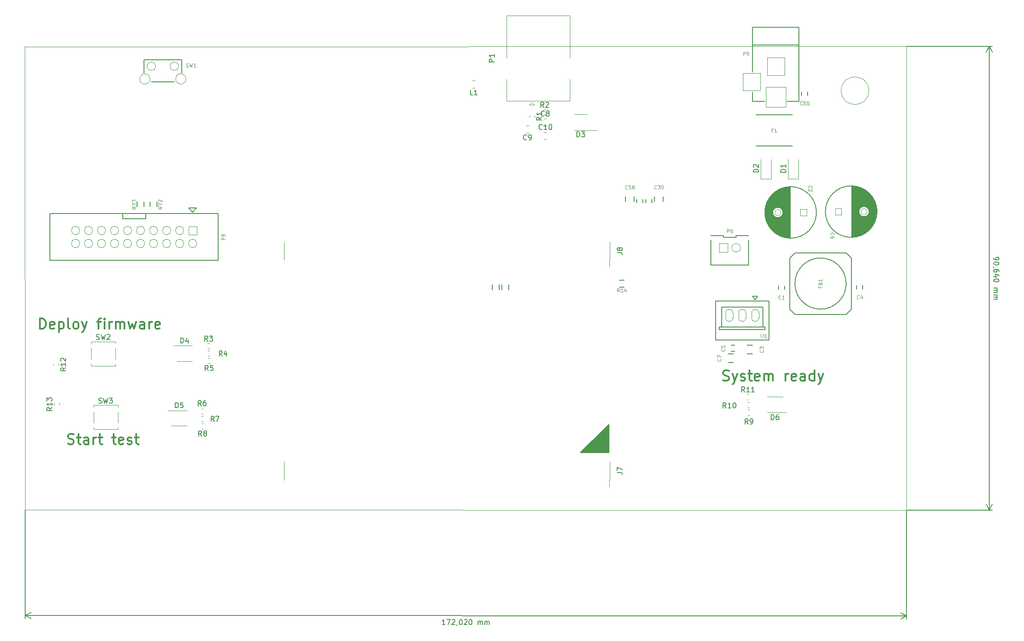
<source format=gto>
G04 #@! TF.GenerationSoftware,KiCad,Pcbnew,5.1.2-f72e74a~84~ubuntu18.04.1*
G04 #@! TF.CreationDate,2019-08-15T14:59:57+02:00*
G04 #@! TF.ProjectId,bottom-board,626f7474-6f6d-42d6-926f-6172642e6b69,rev?*
G04 #@! TF.SameCoordinates,Original*
G04 #@! TF.FileFunction,Legend,Top*
G04 #@! TF.FilePolarity,Positive*
%FSLAX46Y46*%
G04 Gerber Fmt 4.6, Leading zero omitted, Abs format (unit mm)*
G04 Created by KiCad (PCBNEW 5.1.2-f72e74a~84~ubuntu18.04.1) date 2019-08-15 14:59:57*
%MOMM*%
%LPD*%
G04 APERTURE LIST*
%ADD10C,0.150000*%
%ADD11C,0.300000*%
%ADD12C,0.100000*%
%ADD13C,0.120000*%
%ADD14C,0.105000*%
G04 APERTURE END LIST*
D10*
X142030797Y-132876896D02*
X141459368Y-132876664D01*
X141745082Y-132876780D02*
X141745489Y-131876780D01*
X141650193Y-132019599D01*
X141554916Y-132114798D01*
X141459659Y-132162378D01*
X142364537Y-131877032D02*
X143031204Y-131877303D01*
X142602225Y-132877129D01*
X143364498Y-131972677D02*
X143412137Y-131925077D01*
X143507394Y-131877497D01*
X143745489Y-131877594D01*
X143840708Y-131925252D01*
X143888308Y-131972890D01*
X143935888Y-132068148D01*
X143935849Y-132163386D01*
X143888172Y-132306224D01*
X143316511Y-132877420D01*
X143935558Y-132877671D01*
X144411768Y-132830246D02*
X144411749Y-132877865D01*
X144364091Y-132973084D01*
X144316453Y-133020684D01*
X145031203Y-131878117D02*
X145126441Y-131878156D01*
X145221660Y-131925814D01*
X145269260Y-131973452D01*
X145316840Y-132068710D01*
X145364382Y-132259205D01*
X145364285Y-132497300D01*
X145316588Y-132687757D01*
X145268930Y-132782976D01*
X145221292Y-132830576D01*
X145126035Y-132878156D01*
X145030796Y-132878117D01*
X144935578Y-132830459D01*
X144887978Y-132782821D01*
X144840398Y-132687563D01*
X144792856Y-132497068D01*
X144792953Y-132258973D01*
X144840650Y-132068516D01*
X144888307Y-131973297D01*
X144935946Y-131925697D01*
X145031203Y-131878117D01*
X145745450Y-131973646D02*
X145793089Y-131926046D01*
X145888346Y-131878466D01*
X146126441Y-131878563D01*
X146221660Y-131926221D01*
X146269260Y-131973859D01*
X146316840Y-132069117D01*
X146316801Y-132164355D01*
X146269124Y-132307192D01*
X145697463Y-132878388D01*
X146316511Y-132878640D01*
X146935965Y-131878892D02*
X147031203Y-131878931D01*
X147126422Y-131926589D01*
X147174022Y-131974227D01*
X147221602Y-132069485D01*
X147269143Y-132259980D01*
X147269047Y-132498076D01*
X147221350Y-132688532D01*
X147173692Y-132783751D01*
X147126054Y-132831351D01*
X147030796Y-132878931D01*
X146935558Y-132878892D01*
X146840339Y-132831234D01*
X146792740Y-132783596D01*
X146745160Y-132688339D01*
X146697618Y-132497843D01*
X146697715Y-132259748D01*
X146745411Y-132069291D01*
X146793069Y-131974072D01*
X146840708Y-131926473D01*
X146935965Y-131878892D01*
X148459368Y-132879512D02*
X148459639Y-132212846D01*
X148459600Y-132308084D02*
X148507239Y-132260484D01*
X148602496Y-132212904D01*
X148745353Y-132212962D01*
X148840572Y-132260620D01*
X148888152Y-132355877D01*
X148887939Y-132879687D01*
X148888152Y-132355877D02*
X148935810Y-132260659D01*
X149031067Y-132213078D01*
X149173925Y-132213136D01*
X149269143Y-132260794D01*
X149316724Y-132356052D01*
X149316510Y-132879861D01*
X149792701Y-132880055D02*
X149792972Y-132213388D01*
X149792933Y-132308626D02*
X149840572Y-132261027D01*
X149935829Y-132213446D01*
X150078686Y-132213505D01*
X150173905Y-132261162D01*
X150221485Y-132356420D01*
X150221272Y-132880229D01*
X150221485Y-132356420D02*
X150269143Y-132261201D01*
X150364401Y-132213621D01*
X150507258Y-132213679D01*
X150602476Y-132261337D01*
X150650057Y-132356594D01*
X150649844Y-132880404D01*
X60069129Y-131091163D02*
X232089129Y-131161163D01*
X60077540Y-110420520D02*
X60068890Y-131677584D01*
X232097540Y-110490520D02*
X232088890Y-131747584D01*
X232089129Y-131161163D02*
X230962387Y-131747125D01*
X232089129Y-131161163D02*
X230962864Y-130574284D01*
X60069129Y-131091163D02*
X61195394Y-131678042D01*
X60069129Y-131091163D02*
X61195871Y-130505201D01*
X249139201Y-61121022D02*
X249139222Y-61311499D01*
X249186852Y-61406731D01*
X249234476Y-61454345D01*
X249377344Y-61549568D01*
X249567825Y-61597166D01*
X249948777Y-61597124D01*
X250044010Y-61549494D01*
X250091624Y-61501870D01*
X250139233Y-61406626D01*
X250139211Y-61216150D01*
X250091582Y-61120917D01*
X250043958Y-61073304D01*
X249948714Y-61025695D01*
X249710619Y-61025721D01*
X249615386Y-61073351D01*
X249567772Y-61120975D01*
X249520164Y-61216218D01*
X249520185Y-61406695D01*
X249567814Y-61501927D01*
X249615439Y-61549541D01*
X249710682Y-61597150D01*
X250139322Y-62216150D02*
X250139332Y-62311388D01*
X250091724Y-62406632D01*
X250044110Y-62454256D01*
X249948877Y-62501885D01*
X249758406Y-62549526D01*
X249520311Y-62549552D01*
X249329830Y-62501954D01*
X249234586Y-62454345D01*
X249186962Y-62406731D01*
X249139332Y-62311499D01*
X249139322Y-62216260D01*
X249186930Y-62121017D01*
X249234544Y-62073393D01*
X249329777Y-62025763D01*
X249520248Y-61978123D01*
X249758343Y-61978097D01*
X249948825Y-62025695D01*
X250044068Y-62073304D01*
X250091692Y-62120917D01*
X250139322Y-62216150D01*
X249187030Y-63025779D02*
X249139411Y-63025784D01*
X249044168Y-62978176D01*
X248996543Y-62930562D01*
X250139506Y-63882817D02*
X250139485Y-63692341D01*
X250091855Y-63597108D01*
X250044231Y-63549494D01*
X249901363Y-63454272D01*
X249710882Y-63406674D01*
X249329929Y-63406716D01*
X249234697Y-63454345D01*
X249187083Y-63501969D01*
X249139474Y-63597213D01*
X249139495Y-63787689D01*
X249187125Y-63882922D01*
X249234749Y-63930536D01*
X249329992Y-63978144D01*
X249568088Y-63978118D01*
X249663320Y-63930488D01*
X249710934Y-63882864D01*
X249758543Y-63787621D01*
X249758522Y-63597145D01*
X249710892Y-63501912D01*
X249663268Y-63454298D01*
X249568025Y-63406689D01*
X249806277Y-64835235D02*
X249139611Y-64835308D01*
X250187204Y-64597097D02*
X249472892Y-64359081D01*
X249472960Y-64978128D01*
X250139690Y-65549483D02*
X250139700Y-65644722D01*
X250092092Y-65739965D01*
X250044478Y-65787589D01*
X249949245Y-65835219D01*
X249758774Y-65882859D01*
X249520679Y-65882885D01*
X249330197Y-65835287D01*
X249234954Y-65787679D01*
X249187330Y-65740065D01*
X249139700Y-65644832D01*
X249139690Y-65549594D01*
X249187298Y-65454350D01*
X249234912Y-65406726D01*
X249330145Y-65359097D01*
X249520616Y-65311457D01*
X249758711Y-65311430D01*
X249949192Y-65359028D01*
X250044436Y-65406637D01*
X250092060Y-65454251D01*
X250139690Y-65549483D01*
X249139858Y-67073403D02*
X249806524Y-67073330D01*
X249711286Y-67073340D02*
X249758911Y-67120954D01*
X249806540Y-67216187D01*
X249806556Y-67359044D01*
X249758947Y-67454287D01*
X249663714Y-67501917D01*
X249139905Y-67501975D01*
X249663714Y-67501917D02*
X249758958Y-67549525D01*
X249806587Y-67644758D01*
X249806603Y-67787615D01*
X249758995Y-67882859D01*
X249663762Y-67930488D01*
X249139952Y-67930546D01*
X249140005Y-68406737D02*
X249806671Y-68406663D01*
X249711433Y-68406674D02*
X249759058Y-68454287D01*
X249806687Y-68549520D01*
X249806703Y-68692377D01*
X249759094Y-68787621D01*
X249663862Y-68835250D01*
X249140052Y-68835308D01*
X249663862Y-68835250D02*
X249759105Y-68882859D01*
X249806735Y-68978092D01*
X249806750Y-69120949D01*
X249759142Y-69216192D01*
X249663909Y-69263822D01*
X249140099Y-69263879D01*
X248297029Y-110488735D02*
X248287029Y-19848735D01*
X232117540Y-110490520D02*
X248883450Y-110488670D01*
X232107540Y-19850520D02*
X248873450Y-19848670D01*
X248287029Y-19848735D02*
X248873574Y-20975174D01*
X248287029Y-19848735D02*
X247700733Y-20975303D01*
X248297029Y-110488735D02*
X248883325Y-109362167D01*
X248297029Y-110488735D02*
X247710484Y-109362296D01*
D11*
X68428016Y-97510043D02*
X68713730Y-97605281D01*
X69189920Y-97605281D01*
X69380397Y-97510043D01*
X69475635Y-97414805D01*
X69570873Y-97224329D01*
X69570873Y-97033853D01*
X69475635Y-96843377D01*
X69380397Y-96748139D01*
X69189920Y-96652900D01*
X68808968Y-96557662D01*
X68618492Y-96462424D01*
X68523254Y-96367186D01*
X68428016Y-96176710D01*
X68428016Y-95986234D01*
X68523254Y-95795758D01*
X68618492Y-95700520D01*
X68808968Y-95605281D01*
X69285159Y-95605281D01*
X69570873Y-95700520D01*
X70142301Y-96271948D02*
X70904206Y-96271948D01*
X70428016Y-95605281D02*
X70428016Y-97319567D01*
X70523254Y-97510043D01*
X70713730Y-97605281D01*
X70904206Y-97605281D01*
X72428016Y-97605281D02*
X72428016Y-96557662D01*
X72332778Y-96367186D01*
X72142301Y-96271948D01*
X71761349Y-96271948D01*
X71570873Y-96367186D01*
X72428016Y-97510043D02*
X72237540Y-97605281D01*
X71761349Y-97605281D01*
X71570873Y-97510043D01*
X71475635Y-97319567D01*
X71475635Y-97129091D01*
X71570873Y-96938615D01*
X71761349Y-96843377D01*
X72237540Y-96843377D01*
X72428016Y-96748139D01*
X73380397Y-97605281D02*
X73380397Y-96271948D01*
X73380397Y-96652900D02*
X73475635Y-96462424D01*
X73570873Y-96367186D01*
X73761349Y-96271948D01*
X73951825Y-96271948D01*
X74332778Y-96271948D02*
X75094682Y-96271948D01*
X74618492Y-95605281D02*
X74618492Y-97319567D01*
X74713730Y-97510043D01*
X74904206Y-97605281D01*
X75094682Y-97605281D01*
X76999444Y-96271948D02*
X77761349Y-96271948D01*
X77285159Y-95605281D02*
X77285159Y-97319567D01*
X77380397Y-97510043D01*
X77570873Y-97605281D01*
X77761349Y-97605281D01*
X79189920Y-97510043D02*
X78999444Y-97605281D01*
X78618492Y-97605281D01*
X78428016Y-97510043D01*
X78332778Y-97319567D01*
X78332778Y-96557662D01*
X78428016Y-96367186D01*
X78618492Y-96271948D01*
X78999444Y-96271948D01*
X79189920Y-96367186D01*
X79285159Y-96557662D01*
X79285159Y-96748139D01*
X78332778Y-96938615D01*
X80047063Y-97510043D02*
X80237540Y-97605281D01*
X80618492Y-97605281D01*
X80808968Y-97510043D01*
X80904206Y-97319567D01*
X80904206Y-97224329D01*
X80808968Y-97033853D01*
X80618492Y-96938615D01*
X80332778Y-96938615D01*
X80142301Y-96843377D01*
X80047063Y-96652900D01*
X80047063Y-96557662D01*
X80142301Y-96367186D01*
X80332778Y-96271948D01*
X80618492Y-96271948D01*
X80808968Y-96367186D01*
X81475635Y-96271948D02*
X82237540Y-96271948D01*
X81761349Y-95605281D02*
X81761349Y-97319567D01*
X81856587Y-97510043D01*
X82047063Y-97605281D01*
X82237540Y-97605281D01*
X62940873Y-75045281D02*
X62940873Y-73045281D01*
X63417063Y-73045281D01*
X63702778Y-73140520D01*
X63893254Y-73330996D01*
X63988492Y-73521472D01*
X64083730Y-73902424D01*
X64083730Y-74188139D01*
X63988492Y-74569091D01*
X63893254Y-74759567D01*
X63702778Y-74950043D01*
X63417063Y-75045281D01*
X62940873Y-75045281D01*
X65702778Y-74950043D02*
X65512301Y-75045281D01*
X65131349Y-75045281D01*
X64940873Y-74950043D01*
X64845635Y-74759567D01*
X64845635Y-73997662D01*
X64940873Y-73807186D01*
X65131349Y-73711948D01*
X65512301Y-73711948D01*
X65702778Y-73807186D01*
X65798016Y-73997662D01*
X65798016Y-74188139D01*
X64845635Y-74378615D01*
X66655159Y-73711948D02*
X66655159Y-75711948D01*
X66655159Y-73807186D02*
X66845635Y-73711948D01*
X67226587Y-73711948D01*
X67417063Y-73807186D01*
X67512301Y-73902424D01*
X67607540Y-74092900D01*
X67607540Y-74664329D01*
X67512301Y-74854805D01*
X67417063Y-74950043D01*
X67226587Y-75045281D01*
X66845635Y-75045281D01*
X66655159Y-74950043D01*
X68750397Y-75045281D02*
X68559920Y-74950043D01*
X68464682Y-74759567D01*
X68464682Y-73045281D01*
X69798016Y-75045281D02*
X69607540Y-74950043D01*
X69512301Y-74854805D01*
X69417063Y-74664329D01*
X69417063Y-74092900D01*
X69512301Y-73902424D01*
X69607540Y-73807186D01*
X69798016Y-73711948D01*
X70083730Y-73711948D01*
X70274206Y-73807186D01*
X70369444Y-73902424D01*
X70464682Y-74092900D01*
X70464682Y-74664329D01*
X70369444Y-74854805D01*
X70274206Y-74950043D01*
X70083730Y-75045281D01*
X69798016Y-75045281D01*
X71131349Y-73711948D02*
X71607540Y-75045281D01*
X72083730Y-73711948D02*
X71607540Y-75045281D01*
X71417063Y-75521472D01*
X71321825Y-75616710D01*
X71131349Y-75711948D01*
X74083730Y-73711948D02*
X74845635Y-73711948D01*
X74369444Y-75045281D02*
X74369444Y-73330996D01*
X74464682Y-73140520D01*
X74655159Y-73045281D01*
X74845635Y-73045281D01*
X75512301Y-75045281D02*
X75512301Y-73711948D01*
X75512301Y-73045281D02*
X75417063Y-73140520D01*
X75512301Y-73235758D01*
X75607540Y-73140520D01*
X75512301Y-73045281D01*
X75512301Y-73235758D01*
X76464682Y-75045281D02*
X76464682Y-73711948D01*
X76464682Y-74092900D02*
X76559920Y-73902424D01*
X76655159Y-73807186D01*
X76845635Y-73711948D01*
X77036111Y-73711948D01*
X77702778Y-75045281D02*
X77702778Y-73711948D01*
X77702778Y-73902424D02*
X77798016Y-73807186D01*
X77988492Y-73711948D01*
X78274206Y-73711948D01*
X78464682Y-73807186D01*
X78559920Y-73997662D01*
X78559920Y-75045281D01*
X78559920Y-73997662D02*
X78655159Y-73807186D01*
X78845635Y-73711948D01*
X79131349Y-73711948D01*
X79321825Y-73807186D01*
X79417063Y-73997662D01*
X79417063Y-75045281D01*
X80178968Y-73711948D02*
X80559920Y-75045281D01*
X80940873Y-74092900D01*
X81321825Y-75045281D01*
X81702778Y-73711948D01*
X83321825Y-75045281D02*
X83321825Y-73997662D01*
X83226587Y-73807186D01*
X83036111Y-73711948D01*
X82655159Y-73711948D01*
X82464682Y-73807186D01*
X83321825Y-74950043D02*
X83131349Y-75045281D01*
X82655159Y-75045281D01*
X82464682Y-74950043D01*
X82369444Y-74759567D01*
X82369444Y-74569091D01*
X82464682Y-74378615D01*
X82655159Y-74283377D01*
X83131349Y-74283377D01*
X83321825Y-74188139D01*
X84274206Y-75045281D02*
X84274206Y-73711948D01*
X84274206Y-74092900D02*
X84369444Y-73902424D01*
X84464682Y-73807186D01*
X84655159Y-73711948D01*
X84845635Y-73711948D01*
X86274206Y-74950043D02*
X86083730Y-75045281D01*
X85702778Y-75045281D01*
X85512301Y-74950043D01*
X85417063Y-74759567D01*
X85417063Y-73997662D01*
X85512301Y-73807186D01*
X85702778Y-73711948D01*
X86083730Y-73711948D01*
X86274206Y-73807186D01*
X86369444Y-73997662D01*
X86369444Y-74188139D01*
X85417063Y-74378615D01*
X196291349Y-85090043D02*
X196577063Y-85185281D01*
X197053254Y-85185281D01*
X197243730Y-85090043D01*
X197338968Y-84994805D01*
X197434206Y-84804329D01*
X197434206Y-84613853D01*
X197338968Y-84423377D01*
X197243730Y-84328139D01*
X197053254Y-84232900D01*
X196672301Y-84137662D01*
X196481825Y-84042424D01*
X196386587Y-83947186D01*
X196291349Y-83756710D01*
X196291349Y-83566234D01*
X196386587Y-83375758D01*
X196481825Y-83280520D01*
X196672301Y-83185281D01*
X197148492Y-83185281D01*
X197434206Y-83280520D01*
X198100873Y-83851948D02*
X198577063Y-85185281D01*
X199053254Y-83851948D02*
X198577063Y-85185281D01*
X198386587Y-85661472D01*
X198291349Y-85756710D01*
X198100873Y-85851948D01*
X199719920Y-85090043D02*
X199910397Y-85185281D01*
X200291349Y-85185281D01*
X200481825Y-85090043D01*
X200577063Y-84899567D01*
X200577063Y-84804329D01*
X200481825Y-84613853D01*
X200291349Y-84518615D01*
X200005635Y-84518615D01*
X199815159Y-84423377D01*
X199719920Y-84232900D01*
X199719920Y-84137662D01*
X199815159Y-83947186D01*
X200005635Y-83851948D01*
X200291349Y-83851948D01*
X200481825Y-83947186D01*
X201148492Y-83851948D02*
X201910397Y-83851948D01*
X201434206Y-83185281D02*
X201434206Y-84899567D01*
X201529444Y-85090043D01*
X201719920Y-85185281D01*
X201910397Y-85185281D01*
X203338968Y-85090043D02*
X203148492Y-85185281D01*
X202767540Y-85185281D01*
X202577063Y-85090043D01*
X202481825Y-84899567D01*
X202481825Y-84137662D01*
X202577063Y-83947186D01*
X202767540Y-83851948D01*
X203148492Y-83851948D01*
X203338968Y-83947186D01*
X203434206Y-84137662D01*
X203434206Y-84328139D01*
X202481825Y-84518615D01*
X204291349Y-85185281D02*
X204291349Y-83851948D01*
X204291349Y-84042424D02*
X204386587Y-83947186D01*
X204577063Y-83851948D01*
X204862778Y-83851948D01*
X205053254Y-83947186D01*
X205148492Y-84137662D01*
X205148492Y-85185281D01*
X205148492Y-84137662D02*
X205243730Y-83947186D01*
X205434206Y-83851948D01*
X205719920Y-83851948D01*
X205910397Y-83947186D01*
X206005635Y-84137662D01*
X206005635Y-85185281D01*
X208481825Y-85185281D02*
X208481825Y-83851948D01*
X208481825Y-84232900D02*
X208577063Y-84042424D01*
X208672301Y-83947186D01*
X208862778Y-83851948D01*
X209053254Y-83851948D01*
X210481825Y-85090043D02*
X210291349Y-85185281D01*
X209910397Y-85185281D01*
X209719920Y-85090043D01*
X209624682Y-84899567D01*
X209624682Y-84137662D01*
X209719920Y-83947186D01*
X209910397Y-83851948D01*
X210291349Y-83851948D01*
X210481825Y-83947186D01*
X210577063Y-84137662D01*
X210577063Y-84328139D01*
X209624682Y-84518615D01*
X212291349Y-85185281D02*
X212291349Y-84137662D01*
X212196111Y-83947186D01*
X212005635Y-83851948D01*
X211624682Y-83851948D01*
X211434206Y-83947186D01*
X212291349Y-85090043D02*
X212100873Y-85185281D01*
X211624682Y-85185281D01*
X211434206Y-85090043D01*
X211338968Y-84899567D01*
X211338968Y-84709091D01*
X211434206Y-84518615D01*
X211624682Y-84423377D01*
X212100873Y-84423377D01*
X212291349Y-84328139D01*
X214100873Y-85185281D02*
X214100873Y-83185281D01*
X214100873Y-85090043D02*
X213910397Y-85185281D01*
X213529444Y-85185281D01*
X213338968Y-85090043D01*
X213243730Y-84994805D01*
X213148492Y-84804329D01*
X213148492Y-84232900D01*
X213243730Y-84042424D01*
X213338968Y-83947186D01*
X213529444Y-83851948D01*
X213910397Y-83851948D01*
X214100873Y-83947186D01*
X214862778Y-83851948D02*
X215338968Y-85185281D01*
X215815159Y-83851948D02*
X215338968Y-85185281D01*
X215148492Y-85661472D01*
X215053254Y-85756710D01*
X214862778Y-85851948D01*
D10*
G36*
X173967540Y-99285520D02*
G01*
X168392540Y-99285520D01*
X173967540Y-93710520D01*
X173967540Y-99285520D01*
G37*
X173967540Y-99285520D02*
X168392540Y-99285520D01*
X173967540Y-93710520D01*
X173967540Y-99285520D01*
D12*
X232107540Y-19850520D02*
X232097540Y-110490520D01*
X59947540Y-19880520D02*
X232097540Y-19810520D01*
X60077540Y-110410520D02*
X59957540Y-19860520D01*
X232117540Y-110490520D02*
X60077540Y-110420520D01*
D13*
X110637540Y-104575520D02*
X110572540Y-104575520D01*
X110572540Y-101045520D02*
X110572540Y-104575520D01*
X110637540Y-101045520D02*
X110572540Y-101045520D01*
X174192540Y-104575520D02*
X174127540Y-104575520D01*
X174192540Y-101045520D02*
X174127540Y-101045520D01*
X174127540Y-104575520D02*
X174127540Y-105900520D01*
X174192540Y-101045520D02*
X174192540Y-104575520D01*
X174179540Y-58066520D02*
X174179540Y-61596520D01*
X174114540Y-61596520D02*
X174114540Y-62921520D01*
X174179540Y-58066520D02*
X174114540Y-58066520D01*
X174179540Y-61596520D02*
X174114540Y-61596520D01*
X110624540Y-58066520D02*
X110559540Y-58066520D01*
X110559540Y-58066520D02*
X110559540Y-61596520D01*
X110624540Y-61596520D02*
X110559540Y-61596520D01*
D10*
X208294800Y-66616200D02*
X208294800Y-67316200D01*
X207094800Y-67316200D02*
X207094800Y-66616200D01*
X209402540Y-57299520D02*
X209402540Y-47301520D01*
X209262540Y-57295520D02*
X209262540Y-47305520D01*
X209122540Y-57287520D02*
X209122540Y-47313520D01*
X208982540Y-57275520D02*
X208982540Y-47325520D01*
X208842540Y-57260520D02*
X208842540Y-47340520D01*
X208702540Y-57240520D02*
X208702540Y-47360520D01*
X208562540Y-57216520D02*
X208562540Y-47384520D01*
X208422540Y-57187520D02*
X208422540Y-47413520D01*
X208282540Y-57155520D02*
X208282540Y-47445520D01*
X208142540Y-57118520D02*
X208142540Y-47482520D01*
X208002540Y-57077520D02*
X208002540Y-47523520D01*
X207862540Y-57032520D02*
X207862540Y-52766520D01*
X207862540Y-51834520D02*
X207862540Y-47568520D01*
X207722540Y-56982520D02*
X207722540Y-52967520D01*
X207722540Y-51633520D02*
X207722540Y-47618520D01*
X207582540Y-56927520D02*
X207582540Y-53096520D01*
X207582540Y-51504520D02*
X207582540Y-47673520D01*
X207442540Y-56867520D02*
X207442540Y-53185520D01*
X207442540Y-51415520D02*
X207442540Y-47733520D01*
X207302540Y-56802520D02*
X207302540Y-53246520D01*
X207302540Y-51354520D02*
X207302540Y-47798520D01*
X207162540Y-56732520D02*
X207162540Y-53283520D01*
X207162540Y-51317520D02*
X207162540Y-47868520D01*
X207022540Y-56656520D02*
X207022540Y-53299520D01*
X207022540Y-51301520D02*
X207022540Y-47944520D01*
X206882540Y-56574520D02*
X206882540Y-53295520D01*
X206882540Y-51305520D02*
X206882540Y-48026520D01*
X206742540Y-56486520D02*
X206742540Y-53272520D01*
X206742540Y-51328520D02*
X206742540Y-48114520D01*
X206602540Y-56391520D02*
X206602540Y-53227520D01*
X206602540Y-51373520D02*
X206602540Y-48209520D01*
X206462540Y-56289520D02*
X206462540Y-53157520D01*
X206462540Y-51443520D02*
X206462540Y-48311520D01*
X206322540Y-56179520D02*
X206322540Y-53056520D01*
X206322540Y-51544520D02*
X206322540Y-48421520D01*
X206182540Y-56061520D02*
X206182540Y-52907520D01*
X206182540Y-51693520D02*
X206182540Y-48539520D01*
X206042540Y-55933520D02*
X206042540Y-52655520D01*
X206042540Y-51945520D02*
X206042540Y-48667520D01*
X205902540Y-55796520D02*
X205902540Y-48804520D01*
X205762540Y-55646520D02*
X205762540Y-48954520D01*
X205622540Y-55484520D02*
X205622540Y-49116520D01*
X205482540Y-55307520D02*
X205482540Y-49293520D01*
X205342540Y-55111520D02*
X205342540Y-49489520D01*
X205202540Y-54893520D02*
X205202540Y-49707520D01*
X205062540Y-54647520D02*
X205062540Y-49953520D01*
X204922540Y-54362520D02*
X204922540Y-50238520D01*
X204782540Y-54020520D02*
X204782540Y-50580520D01*
X204642540Y-53574520D02*
X204642540Y-51026520D01*
X204502540Y-52799520D02*
X204502540Y-51801520D01*
X207977540Y-52300520D02*
G75*
G03X207977540Y-52300520I-1000000J0D01*
G01*
X214515040Y-52300520D02*
G75*
G03X214515040Y-52300520I-5037500J0D01*
G01*
X223560200Y-66565400D02*
X223560200Y-67265400D01*
X222360200Y-67265400D02*
X222360200Y-66565400D01*
X221382540Y-47141520D02*
X221382540Y-57139520D01*
X221522540Y-47145520D02*
X221522540Y-57135520D01*
X221662540Y-47153520D02*
X221662540Y-57127520D01*
X221802540Y-47165520D02*
X221802540Y-57115520D01*
X221942540Y-47180520D02*
X221942540Y-57100520D01*
X222082540Y-47200520D02*
X222082540Y-57080520D01*
X222222540Y-47224520D02*
X222222540Y-57056520D01*
X222362540Y-47253520D02*
X222362540Y-57027520D01*
X222502540Y-47285520D02*
X222502540Y-56995520D01*
X222642540Y-47322520D02*
X222642540Y-56958520D01*
X222782540Y-47363520D02*
X222782540Y-56917520D01*
X222922540Y-47408520D02*
X222922540Y-51674520D01*
X222922540Y-52606520D02*
X222922540Y-56872520D01*
X223062540Y-47458520D02*
X223062540Y-51473520D01*
X223062540Y-52807520D02*
X223062540Y-56822520D01*
X223202540Y-47513520D02*
X223202540Y-51344520D01*
X223202540Y-52936520D02*
X223202540Y-56767520D01*
X223342540Y-47573520D02*
X223342540Y-51255520D01*
X223342540Y-53025520D02*
X223342540Y-56707520D01*
X223482540Y-47638520D02*
X223482540Y-51194520D01*
X223482540Y-53086520D02*
X223482540Y-56642520D01*
X223622540Y-47708520D02*
X223622540Y-51157520D01*
X223622540Y-53123520D02*
X223622540Y-56572520D01*
X223762540Y-47784520D02*
X223762540Y-51141520D01*
X223762540Y-53139520D02*
X223762540Y-56496520D01*
X223902540Y-47866520D02*
X223902540Y-51145520D01*
X223902540Y-53135520D02*
X223902540Y-56414520D01*
X224042540Y-47954520D02*
X224042540Y-51168520D01*
X224042540Y-53112520D02*
X224042540Y-56326520D01*
X224182540Y-48049520D02*
X224182540Y-51213520D01*
X224182540Y-53067520D02*
X224182540Y-56231520D01*
X224322540Y-48151520D02*
X224322540Y-51283520D01*
X224322540Y-52997520D02*
X224322540Y-56129520D01*
X224462540Y-48261520D02*
X224462540Y-51384520D01*
X224462540Y-52896520D02*
X224462540Y-56019520D01*
X224602540Y-48379520D02*
X224602540Y-51533520D01*
X224602540Y-52747520D02*
X224602540Y-55901520D01*
X224742540Y-48507520D02*
X224742540Y-51785520D01*
X224742540Y-52495520D02*
X224742540Y-55773520D01*
X224882540Y-48644520D02*
X224882540Y-55636520D01*
X225022540Y-48794520D02*
X225022540Y-55486520D01*
X225162540Y-48956520D02*
X225162540Y-55324520D01*
X225302540Y-49133520D02*
X225302540Y-55147520D01*
X225442540Y-49329520D02*
X225442540Y-54951520D01*
X225582540Y-49547520D02*
X225582540Y-54733520D01*
X225722540Y-49793520D02*
X225722540Y-54487520D01*
X225862540Y-50078520D02*
X225862540Y-54202520D01*
X226002540Y-50420520D02*
X226002540Y-53860520D01*
X226142540Y-50866520D02*
X226142540Y-53414520D01*
X226282540Y-51641520D02*
X226282540Y-52639520D01*
X224807540Y-52140520D02*
G75*
G03X224807540Y-52140520I-1000000J0D01*
G01*
X226345040Y-52140520D02*
G75*
G03X226345040Y-52140520I-5037500J0D01*
G01*
X197851280Y-78261920D02*
X198551280Y-78261920D01*
X198551280Y-79461920D02*
X197851280Y-79461920D01*
X182893600Y-49182400D02*
X182893600Y-50182400D01*
X184593600Y-50182400D02*
X184593600Y-49182400D01*
X181213200Y-50388000D02*
X181213200Y-49688000D01*
X182413200Y-49688000D02*
X182413200Y-50388000D01*
X211617000Y-29382200D02*
X211617000Y-28682200D01*
X212817000Y-28682200D02*
X212817000Y-29382200D01*
X209804000Y-39319200D02*
X202692000Y-39319200D01*
X209804000Y-33223200D02*
X202692000Y-33223200D01*
X220316060Y-66204200D02*
G75*
G03X220316060Y-66204200I-5001260J0D01*
G01*
X209315320Y-66204200D02*
X209315320Y-61202940D01*
X209315320Y-61202940D02*
X210313540Y-60204720D01*
X210313540Y-60204720D02*
X220316060Y-60204720D01*
X220316060Y-60204720D02*
X221314280Y-61202940D01*
X221314280Y-61202940D02*
X221314280Y-71205460D01*
X221314280Y-71205460D02*
X220316060Y-72203680D01*
X220316060Y-72203680D02*
X210313540Y-72203680D01*
X210313540Y-72203680D02*
X209315320Y-71205460D01*
X209315320Y-71205460D02*
X209315320Y-66204200D01*
X177004600Y-66867400D02*
X176004600Y-66867400D01*
X176004600Y-65517400D02*
X177004600Y-65517400D01*
X83276440Y-22452840D02*
X90573440Y-22452840D01*
X90573440Y-22452840D02*
X90573440Y-25022840D01*
X84673440Y-26752840D02*
X89173440Y-26752840D01*
X83276440Y-22452840D02*
X83276440Y-25022840D01*
X202075660Y-24823880D02*
X202075660Y-16073880D01*
X202075660Y-30573880D02*
X202075660Y-28723880D01*
X202075660Y-30573880D02*
X204375660Y-30573880D01*
X211075660Y-30573880D02*
X208775660Y-30573880D01*
X211076540Y-19573240D02*
X202074780Y-19573240D01*
X211076540Y-16073120D02*
X202074780Y-16073120D01*
X211076540Y-30573980D02*
X211076540Y-16073120D01*
X79060720Y-53551020D02*
X79060720Y-52547820D01*
X83560720Y-53551020D02*
X83560720Y-52547820D01*
X83560720Y-53551020D02*
X79060720Y-53551020D01*
X92740720Y-52271820D02*
X93502720Y-51382820D01*
X93502720Y-51382820D02*
X91978720Y-51382820D01*
X91978720Y-51382820D02*
X92740720Y-52271820D01*
X64860720Y-52547820D02*
X64860720Y-61647820D01*
X97760720Y-61647820D02*
X64860720Y-61647820D01*
X97760720Y-52547820D02*
X64860720Y-52547820D01*
X97760720Y-52547820D02*
X97760720Y-61647820D01*
X154446600Y-66429000D02*
X154446600Y-67429000D01*
X153096600Y-67429000D02*
X153096600Y-66429000D01*
X151217000Y-67429000D02*
X151217000Y-66429000D01*
X152567000Y-66429000D02*
X152567000Y-67429000D01*
X201049000Y-79945600D02*
X202049000Y-79945600D01*
X202049000Y-78245600D02*
X201049000Y-78245600D01*
X198289800Y-79947400D02*
X197289800Y-79947400D01*
X197289800Y-81647400D02*
X198289800Y-81647400D01*
X85790400Y-50198400D02*
X85790400Y-51198400D01*
X84440400Y-51198400D02*
X84440400Y-50198400D01*
X83250400Y-50198400D02*
X83250400Y-51198400D01*
X81900400Y-51198400D02*
X81900400Y-50198400D01*
X195525000Y-75215400D02*
X204525000Y-75215400D01*
X195525000Y-74715400D02*
X195525000Y-75215400D01*
X204525000Y-74715400D02*
X195525000Y-74715400D01*
X204525000Y-75215400D02*
X204525000Y-74715400D01*
X202575000Y-69365400D02*
X203075000Y-68665400D01*
X203075000Y-68665400D02*
X202075000Y-68665400D01*
X202075000Y-68665400D02*
X202575000Y-69365400D01*
X205225000Y-77215400D02*
X205225000Y-69615400D01*
X194825000Y-77215400D02*
X205225000Y-77215400D01*
X194825000Y-77215400D02*
X194825000Y-69615400D01*
X194825000Y-69615400D02*
X205225000Y-69615400D01*
X204025000Y-70765400D02*
X196024844Y-70765400D01*
X204025000Y-74715412D02*
X204025000Y-70765400D01*
X196025000Y-74715412D02*
X196025000Y-70765400D01*
X198842000Y-57157400D02*
X198842000Y-56857400D01*
X196342000Y-57157400D02*
X198842000Y-57157400D01*
X196342000Y-56857400D02*
X196342000Y-57157400D01*
X201292000Y-62607400D02*
X193892000Y-62607400D01*
X193892000Y-57707400D02*
X193892000Y-62607400D01*
X201292000Y-57707400D02*
X201292000Y-62607400D01*
X196342000Y-56857400D02*
X193892000Y-56857400D01*
X201292000Y-56857400D02*
X198842000Y-56857400D01*
X177229400Y-49182400D02*
X177229400Y-50182400D01*
X178929400Y-50182400D02*
X178929400Y-49182400D01*
X179409800Y-50388000D02*
X179409800Y-49688000D01*
X180609800Y-49688000D02*
X180609800Y-50388000D01*
D13*
X208971640Y-45781320D02*
X210971640Y-45781320D01*
X210971640Y-45781320D02*
X210971640Y-41931320D01*
X208971640Y-45781320D02*
X208971640Y-41931320D01*
X203663040Y-45746220D02*
X203663040Y-41896220D01*
X205663040Y-45746220D02*
X205663040Y-41896220D01*
X203663040Y-45746220D02*
X205663040Y-45746220D01*
X161291462Y-33960520D02*
X161808618Y-33960520D01*
X161291462Y-35380520D02*
X161808618Y-35380520D01*
X158343618Y-35310520D02*
X157826462Y-35310520D01*
X158343618Y-36730520D02*
X157826462Y-36730520D01*
X161341462Y-36590520D02*
X161858618Y-36590520D01*
X161341462Y-38010520D02*
X161858618Y-38010520D01*
X89667540Y-81380520D02*
X92667540Y-81380520D01*
X88967540Y-78360520D02*
X92667540Y-78360520D01*
X87917540Y-91020520D02*
X91617540Y-91020520D01*
X88617540Y-94040520D02*
X91617540Y-94040520D01*
X208627540Y-91380520D02*
X204927540Y-91380520D01*
X207927540Y-88360520D02*
X204927540Y-88360520D01*
X154037540Y-26250520D02*
X154037540Y-30510520D01*
X154037540Y-30510520D02*
X166357540Y-30510520D01*
X166357540Y-30510520D02*
X166357540Y-26250520D01*
X154037540Y-22150520D02*
X154037540Y-13790520D01*
X154037540Y-13790520D02*
X166357540Y-13790520D01*
X166357540Y-13790520D02*
X166357540Y-22150520D01*
X158947540Y-30730520D02*
X158447540Y-31230520D01*
X158447540Y-31230520D02*
X159447540Y-31230520D01*
X159447540Y-31230520D02*
X158947540Y-30730520D01*
X96060319Y-77920520D02*
X95734761Y-77920520D01*
X96060319Y-78940520D02*
X95734761Y-78940520D01*
X96057819Y-80380520D02*
X95732261Y-80380520D01*
X96057819Y-79360520D02*
X95732261Y-79360520D01*
X96110319Y-80810520D02*
X95784761Y-80810520D01*
X96110319Y-81830520D02*
X95784761Y-81830520D01*
X94800319Y-90670520D02*
X94474761Y-90670520D01*
X94800319Y-91690520D02*
X94474761Y-91690520D01*
X94777819Y-93150520D02*
X94452261Y-93150520D01*
X94777819Y-92130520D02*
X94452261Y-92130520D01*
X94830319Y-94600520D02*
X94504761Y-94600520D01*
X94830319Y-93580520D02*
X94504761Y-93580520D01*
X201084761Y-91930520D02*
X201410319Y-91930520D01*
X201084761Y-90910520D02*
X201410319Y-90910520D01*
X201062261Y-90420520D02*
X201387819Y-90420520D01*
X201062261Y-89400520D02*
X201387819Y-89400520D01*
X200984761Y-87890520D02*
X201310319Y-87890520D01*
X200984761Y-88910520D02*
X201310319Y-88910520D01*
X66577540Y-81860241D02*
X66577540Y-82185799D01*
X65557540Y-81860241D02*
X65557540Y-82185799D01*
X65727540Y-89945799D02*
X65727540Y-89620241D01*
X66747540Y-89945799D02*
X66747540Y-89620241D01*
X72897540Y-77540520D02*
X77637540Y-77540520D01*
X72897540Y-77540520D02*
X72897540Y-77940520D01*
X77637540Y-77540520D02*
X77637540Y-77940520D01*
X72897540Y-82280520D02*
X72897540Y-81880520D01*
X72897540Y-82280520D02*
X77637540Y-82280520D01*
X77637540Y-82280520D02*
X77637540Y-81880520D01*
X77637540Y-80940520D02*
X77637540Y-78880520D01*
X72897540Y-80940520D02*
X72897540Y-78880520D01*
X73387540Y-93370520D02*
X73387540Y-91310520D01*
X78127540Y-93370520D02*
X78127540Y-91310520D01*
X78127540Y-94710520D02*
X78127540Y-94310520D01*
X73387540Y-94710520D02*
X78127540Y-94710520D01*
X73387540Y-94710520D02*
X73387540Y-94310520D01*
X78127540Y-89970520D02*
X78127540Y-90370520D01*
X73387540Y-89970520D02*
X73387540Y-90370520D01*
X73387540Y-89970520D02*
X78127540Y-89970520D01*
X167237540Y-33130520D02*
X169737540Y-33130520D01*
X167237540Y-36230520D02*
X171637540Y-36230520D01*
X147868618Y-27950520D02*
X147351462Y-27950520D01*
X147868618Y-26530520D02*
X147351462Y-26530520D01*
X161297261Y-32230520D02*
X161622819Y-32230520D01*
X161297261Y-33250520D02*
X161622819Y-33250520D01*
X159517540Y-33360241D02*
X159517540Y-33685799D01*
X158497540Y-33360241D02*
X158497540Y-33685799D01*
D12*
X211377540Y-51700520D02*
X211377540Y-52900520D01*
X212577540Y-52900520D01*
X212577540Y-51700520D01*
X211377540Y-51700520D01*
X207577540Y-52300520D02*
G75*
G03X207577540Y-52300520I-600000J0D01*
G01*
X218207540Y-51540520D02*
X218207540Y-52740520D01*
X219407540Y-52740520D01*
X219407540Y-51540520D01*
X218207540Y-51540520D01*
X224407540Y-52140520D02*
G75*
G03X224407540Y-52140520I-600000J0D01*
G01*
X91433440Y-26212840D02*
G75*
G03X91433440Y-26212840I-1000000J0D01*
G01*
X89998440Y-23722840D02*
G75*
G03X89998440Y-23722840I-825000J0D01*
G01*
X85498440Y-23722840D02*
G75*
G03X85498440Y-23722840I-825000J0D01*
G01*
X84423440Y-26212840D02*
G75*
G03X84423440Y-26212840I-1000000J0D01*
G01*
X204625660Y-27823880D02*
X204625660Y-31723880D01*
X208525660Y-31723880D01*
X208525660Y-27823880D01*
X204625660Y-27823880D01*
X204875660Y-22071340D02*
X204875660Y-25471340D01*
X208275660Y-25471340D01*
X208275660Y-22071340D01*
X204875660Y-22071340D01*
X200175660Y-25071340D02*
X200175660Y-28471340D01*
X203575660Y-28471340D01*
X203575660Y-25071340D01*
X200175660Y-25071340D01*
X91927120Y-55014220D02*
X91927120Y-56641420D01*
X93554320Y-56641420D01*
X93554320Y-55014220D01*
X91927120Y-55014220D01*
X92740720Y-57554220D02*
X92740720Y-57554220D01*
X92740720Y-59181420D02*
X92740720Y-59181420D01*
X92740720Y-57554220D02*
G75*
G03X92740720Y-59181420I0J-813600D01*
G01*
X92740720Y-59181420D02*
G75*
G03X92740720Y-57554220I0J813600D01*
G01*
X90200720Y-55014220D02*
X90200720Y-55014220D01*
X90200720Y-56641420D02*
X90200720Y-56641420D01*
X90200720Y-55014220D02*
G75*
G03X90200720Y-56641420I0J-813600D01*
G01*
X90200720Y-56641420D02*
G75*
G03X90200720Y-55014220I0J813600D01*
G01*
X90200720Y-57554220D02*
X90200720Y-57554220D01*
X90200720Y-59181420D02*
X90200720Y-59181420D01*
X90200720Y-57554220D02*
G75*
G03X90200720Y-59181420I0J-813600D01*
G01*
X90200720Y-59181420D02*
G75*
G03X90200720Y-57554220I0J813600D01*
G01*
X87660720Y-55014220D02*
X87660720Y-55014220D01*
X87660720Y-56641420D02*
X87660720Y-56641420D01*
X87660720Y-55014220D02*
G75*
G03X87660720Y-56641420I0J-813600D01*
G01*
X87660720Y-56641420D02*
G75*
G03X87660720Y-55014220I0J813600D01*
G01*
X87660720Y-57554220D02*
X87660720Y-57554220D01*
X87660720Y-59181420D02*
X87660720Y-59181420D01*
X87660720Y-57554220D02*
G75*
G03X87660720Y-59181420I0J-813600D01*
G01*
X87660720Y-59181420D02*
G75*
G03X87660720Y-57554220I0J813600D01*
G01*
X85120720Y-55014220D02*
X85120720Y-55014220D01*
X85120720Y-56641420D02*
X85120720Y-56641420D01*
X85120720Y-55014220D02*
G75*
G03X85120720Y-56641420I0J-813600D01*
G01*
X85120720Y-56641420D02*
G75*
G03X85120720Y-55014220I0J813600D01*
G01*
X85120720Y-57554220D02*
X85120720Y-57554220D01*
X85120720Y-59181420D02*
X85120720Y-59181420D01*
X85120720Y-57554220D02*
G75*
G03X85120720Y-59181420I0J-813600D01*
G01*
X85120720Y-59181420D02*
G75*
G03X85120720Y-57554220I0J813600D01*
G01*
X82580720Y-55014220D02*
X82580720Y-55014220D01*
X82580720Y-56641420D02*
X82580720Y-56641420D01*
X82580720Y-55014220D02*
G75*
G03X82580720Y-56641420I0J-813600D01*
G01*
X82580720Y-56641420D02*
G75*
G03X82580720Y-55014220I0J813600D01*
G01*
X82580720Y-57554220D02*
X82580720Y-57554220D01*
X82580720Y-59181420D02*
X82580720Y-59181420D01*
X82580720Y-57554220D02*
G75*
G03X82580720Y-59181420I0J-813600D01*
G01*
X82580720Y-59181420D02*
G75*
G03X82580720Y-57554220I0J813600D01*
G01*
X80040720Y-55014220D02*
X80040720Y-55014220D01*
X80040720Y-56641420D02*
X80040720Y-56641420D01*
X80040720Y-55014220D02*
G75*
G03X80040720Y-56641420I0J-813600D01*
G01*
X80040720Y-56641420D02*
G75*
G03X80040720Y-55014220I0J813600D01*
G01*
X80040720Y-57554220D02*
X80040720Y-57554220D01*
X80040720Y-59181420D02*
X80040720Y-59181420D01*
X80040720Y-57554220D02*
G75*
G03X80040720Y-59181420I0J-813600D01*
G01*
X80040720Y-59181420D02*
G75*
G03X80040720Y-57554220I0J813600D01*
G01*
X77500720Y-55014220D02*
X77500720Y-55014220D01*
X77500720Y-56641420D02*
X77500720Y-56641420D01*
X77500720Y-55014220D02*
G75*
G03X77500720Y-56641420I0J-813600D01*
G01*
X77500720Y-56641420D02*
G75*
G03X77500720Y-55014220I0J813600D01*
G01*
X77500720Y-57554220D02*
X77500720Y-57554220D01*
X77500720Y-59181420D02*
X77500720Y-59181420D01*
X77500720Y-57554220D02*
G75*
G03X77500720Y-59181420I0J-813600D01*
G01*
X77500720Y-59181420D02*
G75*
G03X77500720Y-57554220I0J813600D01*
G01*
X74960720Y-55014220D02*
X74960720Y-55014220D01*
X74960720Y-56641420D02*
X74960720Y-56641420D01*
X74960720Y-55014220D02*
G75*
G03X74960720Y-56641420I0J-813600D01*
G01*
X74960720Y-56641420D02*
G75*
G03X74960720Y-55014220I0J813600D01*
G01*
X74960720Y-57554220D02*
X74960720Y-57554220D01*
X74960720Y-59181420D02*
X74960720Y-59181420D01*
X74960720Y-57554220D02*
G75*
G03X74960720Y-59181420I0J-813600D01*
G01*
X74960720Y-59181420D02*
G75*
G03X74960720Y-57554220I0J813600D01*
G01*
X72420720Y-55014220D02*
X72420720Y-55014220D01*
X72420720Y-56641420D02*
X72420720Y-56641420D01*
X72420720Y-55014220D02*
G75*
G03X72420720Y-56641420I0J-813600D01*
G01*
X72420720Y-56641420D02*
G75*
G03X72420720Y-55014220I0J813600D01*
G01*
X72420720Y-57554220D02*
X72420720Y-57554220D01*
X72420720Y-59181420D02*
X72420720Y-59181420D01*
X72420720Y-57554220D02*
G75*
G03X72420720Y-59181420I0J-813600D01*
G01*
X72420720Y-59181420D02*
G75*
G03X72420720Y-57554220I0J813600D01*
G01*
X69880720Y-55014220D02*
X69880720Y-55014220D01*
X69880720Y-56641420D02*
X69880720Y-56641420D01*
X69880720Y-55014220D02*
G75*
G03X69880720Y-56641420I0J-813600D01*
G01*
X69880720Y-56641420D02*
G75*
G03X69880720Y-55014220I0J813600D01*
G01*
X69880720Y-57554220D02*
X69880720Y-57554220D01*
X69880720Y-59181420D02*
X69880720Y-59181420D01*
X69880720Y-57554220D02*
G75*
G03X69880720Y-59181420I0J-813600D01*
G01*
X69880720Y-59181420D02*
G75*
G03X69880720Y-57554220I0J813600D01*
G01*
X224747540Y-28500520D02*
G75*
G03X224747540Y-28500520I-2700000J0D01*
G01*
X199324430Y-71916290D02*
X199324430Y-72914510D01*
X200725570Y-71916290D02*
X200725570Y-72914510D01*
X199324430Y-72914510D02*
G75*
G03X200725570Y-72914510I700570J0D01*
G01*
X200725570Y-71916290D02*
G75*
G03X199324430Y-71916290I-700570J0D01*
G01*
X201864430Y-71916290D02*
X201864430Y-72914510D01*
X203265570Y-71916290D02*
X203265570Y-72914510D01*
X201864430Y-72914510D02*
G75*
G03X203265570Y-72914510I700570J0D01*
G01*
X203265570Y-71916290D02*
G75*
G03X201864430Y-71916290I-700570J0D01*
G01*
X196784430Y-71916290D02*
X196784430Y-72914510D01*
X198185570Y-71916290D02*
X198185570Y-72914510D01*
X196784430Y-72914510D02*
G75*
G03X198185570Y-72914510I700570J0D01*
G01*
X198185570Y-71916290D02*
G75*
G03X196784430Y-71916290I-700570J0D01*
G01*
X195492000Y-58357400D02*
X195492000Y-60057400D01*
X197192000Y-60057400D01*
X197192000Y-58357400D01*
X195492000Y-58357400D01*
X199692000Y-59207400D02*
G75*
G03X199692000Y-59207400I-850000J0D01*
G01*
D10*
X175634920Y-103143853D02*
X176349206Y-103143853D01*
X176492063Y-103191472D01*
X176587301Y-103286710D01*
X176634920Y-103429567D01*
X176634920Y-103524805D01*
X175634920Y-102762900D02*
X175634920Y-102096234D01*
X176634920Y-102524805D01*
X175621920Y-60164853D02*
X176336206Y-60164853D01*
X176479063Y-60212472D01*
X176574301Y-60307710D01*
X176621920Y-60450567D01*
X176621920Y-60545805D01*
X176050492Y-59545805D02*
X176002873Y-59641043D01*
X175955254Y-59688662D01*
X175860016Y-59736281D01*
X175812397Y-59736281D01*
X175717159Y-59688662D01*
X175669540Y-59641043D01*
X175621920Y-59545805D01*
X175621920Y-59355329D01*
X175669540Y-59260091D01*
X175717159Y-59212472D01*
X175812397Y-59164853D01*
X175860016Y-59164853D01*
X175955254Y-59212472D01*
X176002873Y-59260091D01*
X176050492Y-59355329D01*
X176050492Y-59545805D01*
X176098111Y-59641043D01*
X176145730Y-59688662D01*
X176240968Y-59736281D01*
X176431444Y-59736281D01*
X176526682Y-59688662D01*
X176574301Y-59641043D01*
X176621920Y-59545805D01*
X176621920Y-59355329D01*
X176574301Y-59260091D01*
X176526682Y-59212472D01*
X176431444Y-59164853D01*
X176240968Y-59164853D01*
X176145730Y-59212472D01*
X176098111Y-59260091D01*
X176050492Y-59355329D01*
D12*
X207578133Y-69172000D02*
X207544800Y-69205333D01*
X207444800Y-69238666D01*
X207378133Y-69238666D01*
X207278133Y-69205333D01*
X207211466Y-69138666D01*
X207178133Y-69072000D01*
X207144800Y-68938666D01*
X207144800Y-68838666D01*
X207178133Y-68705333D01*
X207211466Y-68638666D01*
X207278133Y-68572000D01*
X207378133Y-68538666D01*
X207444800Y-68538666D01*
X207544800Y-68572000D01*
X207578133Y-68605333D01*
X208244800Y-69238666D02*
X207844800Y-69238666D01*
X208044800Y-69238666D02*
X208044800Y-68538666D01*
X207978133Y-68638666D01*
X207911466Y-68705333D01*
X207844800Y-68738666D01*
X213022940Y-47510253D02*
X212989606Y-47476920D01*
X212956273Y-47376920D01*
X212956273Y-47310253D01*
X212989606Y-47210253D01*
X213056273Y-47143586D01*
X213122940Y-47110253D01*
X213256273Y-47076920D01*
X213356273Y-47076920D01*
X213489606Y-47110253D01*
X213556273Y-47143586D01*
X213622940Y-47210253D01*
X213656273Y-47310253D01*
X213656273Y-47376920D01*
X213622940Y-47476920D01*
X213589606Y-47510253D01*
X213589606Y-47776920D02*
X213622940Y-47810253D01*
X213656273Y-47876920D01*
X213656273Y-48043586D01*
X213622940Y-48110253D01*
X213589606Y-48143586D01*
X213522940Y-48176920D01*
X213456273Y-48176920D01*
X213356273Y-48143586D01*
X212956273Y-47743586D01*
X212956273Y-48176920D01*
X222843533Y-69121200D02*
X222810200Y-69154533D01*
X222710200Y-69187866D01*
X222643533Y-69187866D01*
X222543533Y-69154533D01*
X222476866Y-69087866D01*
X222443533Y-69021200D01*
X222410200Y-68887866D01*
X222410200Y-68787866D01*
X222443533Y-68654533D01*
X222476866Y-68587866D01*
X222543533Y-68521200D01*
X222643533Y-68487866D01*
X222710200Y-68487866D01*
X222810200Y-68521200D01*
X222843533Y-68554533D01*
X223443533Y-68721200D02*
X223443533Y-69187866D01*
X223276866Y-68454533D02*
X223110200Y-68954533D01*
X223543533Y-68954533D01*
X217312940Y-56697453D02*
X217279606Y-56664120D01*
X217246273Y-56564120D01*
X217246273Y-56497453D01*
X217279606Y-56397453D01*
X217346273Y-56330786D01*
X217412940Y-56297453D01*
X217546273Y-56264120D01*
X217646273Y-56264120D01*
X217779606Y-56297453D01*
X217846273Y-56330786D01*
X217912940Y-56397453D01*
X217946273Y-56497453D01*
X217946273Y-56564120D01*
X217912940Y-56664120D01*
X217879606Y-56697453D01*
X217946273Y-57297453D02*
X217946273Y-57164120D01*
X217912940Y-57097453D01*
X217879606Y-57064120D01*
X217779606Y-56997453D01*
X217646273Y-56964120D01*
X217379606Y-56964120D01*
X217312940Y-56997453D01*
X217279606Y-57030786D01*
X217246273Y-57097453D01*
X217246273Y-57230786D01*
X217279606Y-57297453D01*
X217312940Y-57330786D01*
X217379606Y-57364120D01*
X217546273Y-57364120D01*
X217612940Y-57330786D01*
X217646273Y-57297453D01*
X217679606Y-57230786D01*
X217679606Y-57097453D01*
X217646273Y-57030786D01*
X217612940Y-56997453D01*
X217546273Y-56964120D01*
X196571680Y-78978586D02*
X196605013Y-79011920D01*
X196638346Y-79111920D01*
X196638346Y-79178586D01*
X196605013Y-79278586D01*
X196538346Y-79345253D01*
X196471680Y-79378586D01*
X196338346Y-79411920D01*
X196238346Y-79411920D01*
X196105013Y-79378586D01*
X196038346Y-79345253D01*
X195971680Y-79278586D01*
X195938346Y-79178586D01*
X195938346Y-79111920D01*
X195971680Y-79011920D01*
X196005013Y-78978586D01*
X195938346Y-78345253D02*
X195938346Y-78678586D01*
X196271680Y-78711920D01*
X196238346Y-78678586D01*
X196205013Y-78611920D01*
X196205013Y-78445253D01*
X196238346Y-78378586D01*
X196271680Y-78345253D01*
X196338346Y-78311920D01*
X196505013Y-78311920D01*
X196571680Y-78345253D01*
X196605013Y-78378586D01*
X196638346Y-78445253D01*
X196638346Y-78611920D01*
X196605013Y-78678586D01*
X196571680Y-78711920D01*
X183293600Y-47621000D02*
X183260266Y-47654333D01*
X183160266Y-47687666D01*
X183093600Y-47687666D01*
X182993600Y-47654333D01*
X182926933Y-47587666D01*
X182893600Y-47521000D01*
X182860266Y-47387666D01*
X182860266Y-47287666D01*
X182893600Y-47154333D01*
X182926933Y-47087666D01*
X182993600Y-47021000D01*
X183093600Y-46987666D01*
X183160266Y-46987666D01*
X183260266Y-47021000D01*
X183293600Y-47054333D01*
X183526933Y-46987666D02*
X183960266Y-46987666D01*
X183726933Y-47254333D01*
X183826933Y-47254333D01*
X183893600Y-47287666D01*
X183926933Y-47321000D01*
X183960266Y-47387666D01*
X183960266Y-47554333D01*
X183926933Y-47621000D01*
X183893600Y-47654333D01*
X183826933Y-47687666D01*
X183626933Y-47687666D01*
X183560266Y-47654333D01*
X183526933Y-47621000D01*
X184393600Y-46987666D02*
X184460266Y-46987666D01*
X184526933Y-47021000D01*
X184560266Y-47054333D01*
X184593600Y-47121000D01*
X184626933Y-47254333D01*
X184626933Y-47421000D01*
X184593600Y-47554333D01*
X184560266Y-47621000D01*
X184526933Y-47654333D01*
X184460266Y-47687666D01*
X184393600Y-47687666D01*
X184326933Y-47654333D01*
X184293600Y-47621000D01*
X184260266Y-47554333D01*
X184226933Y-47421000D01*
X184226933Y-47254333D01*
X184260266Y-47121000D01*
X184293600Y-47054333D01*
X184326933Y-47021000D01*
X184393600Y-46987666D01*
X211767000Y-31212600D02*
X211733666Y-31245933D01*
X211633666Y-31279266D01*
X211567000Y-31279266D01*
X211467000Y-31245933D01*
X211400333Y-31179266D01*
X211367000Y-31112600D01*
X211333666Y-30979266D01*
X211333666Y-30879266D01*
X211367000Y-30745933D01*
X211400333Y-30679266D01*
X211467000Y-30612600D01*
X211567000Y-30579266D01*
X211633666Y-30579266D01*
X211733666Y-30612600D01*
X211767000Y-30645933D01*
X212400333Y-30579266D02*
X212067000Y-30579266D01*
X212033666Y-30912600D01*
X212067000Y-30879266D01*
X212133666Y-30845933D01*
X212300333Y-30845933D01*
X212367000Y-30879266D01*
X212400333Y-30912600D01*
X212433666Y-30979266D01*
X212433666Y-31145933D01*
X212400333Y-31212600D01*
X212367000Y-31245933D01*
X212300333Y-31279266D01*
X212133666Y-31279266D01*
X212067000Y-31245933D01*
X212033666Y-31212600D01*
X213067000Y-30579266D02*
X212733666Y-30579266D01*
X212700333Y-30912600D01*
X212733666Y-30879266D01*
X212800333Y-30845933D01*
X212967000Y-30845933D01*
X213033666Y-30879266D01*
X213067000Y-30912600D01*
X213100333Y-30979266D01*
X213100333Y-31145933D01*
X213067000Y-31212600D01*
X213033666Y-31245933D01*
X212967000Y-31279266D01*
X212800333Y-31279266D01*
X212733666Y-31245933D01*
X212700333Y-31212600D01*
X206014666Y-36221200D02*
X205781333Y-36221200D01*
X205781333Y-36587866D02*
X205781333Y-35887866D01*
X206114666Y-35887866D01*
X206748000Y-36587866D02*
X206348000Y-36587866D01*
X206548000Y-36587866D02*
X206548000Y-35887866D01*
X206481333Y-35987866D01*
X206414666Y-36054533D01*
X206348000Y-36087866D01*
X215252100Y-66800233D02*
X215252100Y-67033566D01*
X215618766Y-67033566D02*
X214918766Y-67033566D01*
X214918766Y-66700233D01*
X215252100Y-66200233D02*
X215285433Y-66100233D01*
X215318766Y-66066900D01*
X215385433Y-66033566D01*
X215485433Y-66033566D01*
X215552100Y-66066900D01*
X215585433Y-66100233D01*
X215618766Y-66166900D01*
X215618766Y-66433566D01*
X214918766Y-66433566D01*
X214918766Y-66200233D01*
X214952100Y-66133566D01*
X214985433Y-66100233D01*
X215052100Y-66066900D01*
X215118766Y-66066900D01*
X215185433Y-66100233D01*
X215218766Y-66133566D01*
X215252100Y-66200233D01*
X215252100Y-66433566D01*
X215618766Y-65366900D02*
X215618766Y-65766900D01*
X215618766Y-65566900D02*
X214918766Y-65566900D01*
X215018766Y-65633566D01*
X215085433Y-65700233D01*
X215118766Y-65766900D01*
D14*
D12*
X176054600Y-67855266D02*
X175821266Y-67521933D01*
X175654600Y-67855266D02*
X175654600Y-67155266D01*
X175921266Y-67155266D01*
X175987933Y-67188600D01*
X176021266Y-67221933D01*
X176054600Y-67288600D01*
X176054600Y-67388600D01*
X176021266Y-67455266D01*
X175987933Y-67488600D01*
X175921266Y-67521933D01*
X175654600Y-67521933D01*
X176721266Y-67855266D02*
X176321266Y-67855266D01*
X176521266Y-67855266D02*
X176521266Y-67155266D01*
X176454600Y-67255266D01*
X176387933Y-67321933D01*
X176321266Y-67355266D01*
X177321266Y-67388600D02*
X177321266Y-67855266D01*
X177154600Y-67121933D02*
X176987933Y-67621933D01*
X177421266Y-67621933D01*
X91497266Y-23838533D02*
X91597266Y-23871866D01*
X91763933Y-23871866D01*
X91830600Y-23838533D01*
X91863933Y-23805200D01*
X91897266Y-23738533D01*
X91897266Y-23671866D01*
X91863933Y-23605200D01*
X91830600Y-23571866D01*
X91763933Y-23538533D01*
X91630600Y-23505200D01*
X91563933Y-23471866D01*
X91530600Y-23438533D01*
X91497266Y-23371866D01*
X91497266Y-23305200D01*
X91530600Y-23238533D01*
X91563933Y-23205200D01*
X91630600Y-23171866D01*
X91797266Y-23171866D01*
X91897266Y-23205200D01*
X92130600Y-23171866D02*
X92297266Y-23871866D01*
X92430600Y-23371866D01*
X92563933Y-23871866D01*
X92730600Y-23171866D01*
X93363933Y-23871866D02*
X92963933Y-23871866D01*
X93163933Y-23871866D02*
X93163933Y-23171866D01*
X93097266Y-23271866D01*
X93030600Y-23338533D01*
X92963933Y-23371866D01*
X200239853Y-21599326D02*
X200239853Y-20899326D01*
X200506520Y-20899326D01*
X200573186Y-20932660D01*
X200606520Y-20965993D01*
X200639853Y-21032660D01*
X200639853Y-21132660D01*
X200606520Y-21199326D01*
X200573186Y-21232660D01*
X200506520Y-21265993D01*
X200239853Y-21265993D01*
X201273186Y-20899326D02*
X200939853Y-20899326D01*
X200906520Y-21232660D01*
X200939853Y-21199326D01*
X201006520Y-21165993D01*
X201173186Y-21165993D01*
X201239853Y-21199326D01*
X201273186Y-21232660D01*
X201306520Y-21299326D01*
X201306520Y-21465993D01*
X201273186Y-21532660D01*
X201239853Y-21565993D01*
X201173186Y-21599326D01*
X201006520Y-21599326D01*
X200939853Y-21565993D01*
X200906520Y-21532660D01*
X99051786Y-57614486D02*
X98351786Y-57614486D01*
X98351786Y-57347820D01*
X98385120Y-57281153D01*
X98418453Y-57247820D01*
X98485120Y-57214486D01*
X98585120Y-57214486D01*
X98651786Y-57247820D01*
X98685120Y-57281153D01*
X98718453Y-57347820D01*
X98718453Y-57614486D01*
X98651786Y-56814486D02*
X98618453Y-56881153D01*
X98585120Y-56914486D01*
X98518453Y-56947820D01*
X98485120Y-56947820D01*
X98418453Y-56914486D01*
X98385120Y-56881153D01*
X98351786Y-56814486D01*
X98351786Y-56681153D01*
X98385120Y-56614486D01*
X98418453Y-56581153D01*
X98485120Y-56547820D01*
X98518453Y-56547820D01*
X98585120Y-56581153D01*
X98618453Y-56614486D01*
X98651786Y-56681153D01*
X98651786Y-56814486D01*
X98685120Y-56881153D01*
X98718453Y-56914486D01*
X98785120Y-56947820D01*
X98918453Y-56947820D01*
X98985120Y-56914486D01*
X99018453Y-56881153D01*
X99051786Y-56814486D01*
X99051786Y-56681153D01*
X99018453Y-56614486D01*
X98985120Y-56581153D01*
X98918453Y-56547820D01*
X98785120Y-56547820D01*
X98718453Y-56581153D01*
X98685120Y-56614486D01*
X98651786Y-56681153D01*
X204085000Y-79212266D02*
X204118333Y-79245600D01*
X204151666Y-79345600D01*
X204151666Y-79412266D01*
X204118333Y-79512266D01*
X204051666Y-79578933D01*
X203985000Y-79612266D01*
X203851666Y-79645600D01*
X203751666Y-79645600D01*
X203618333Y-79612266D01*
X203551666Y-79578933D01*
X203485000Y-79512266D01*
X203451666Y-79412266D01*
X203451666Y-79345600D01*
X203485000Y-79245600D01*
X203518333Y-79212266D01*
X203451666Y-78978933D02*
X203451666Y-78545600D01*
X203718333Y-78778933D01*
X203718333Y-78678933D01*
X203751666Y-78612266D01*
X203785000Y-78578933D01*
X203851666Y-78545600D01*
X204018333Y-78545600D01*
X204085000Y-78578933D01*
X204118333Y-78612266D01*
X204151666Y-78678933D01*
X204151666Y-78878933D01*
X204118333Y-78945600D01*
X204085000Y-78978933D01*
X195804600Y-80914066D02*
X195837933Y-80947400D01*
X195871266Y-81047400D01*
X195871266Y-81114066D01*
X195837933Y-81214066D01*
X195771266Y-81280733D01*
X195704600Y-81314066D01*
X195571266Y-81347400D01*
X195471266Y-81347400D01*
X195337933Y-81314066D01*
X195271266Y-81280733D01*
X195204600Y-81214066D01*
X195171266Y-81114066D01*
X195171266Y-81047400D01*
X195204600Y-80947400D01*
X195237933Y-80914066D01*
X195171266Y-80680733D02*
X195171266Y-80214066D01*
X195871266Y-80514066D01*
X86727466Y-51148400D02*
X86394133Y-51381733D01*
X86727466Y-51548400D02*
X86027466Y-51548400D01*
X86027466Y-51281733D01*
X86060800Y-51215066D01*
X86094133Y-51181733D01*
X86160800Y-51148400D01*
X86260800Y-51148400D01*
X86327466Y-51181733D01*
X86360800Y-51215066D01*
X86394133Y-51281733D01*
X86394133Y-51548400D01*
X86027466Y-50915066D02*
X86027466Y-50448400D01*
X86727466Y-50748400D01*
X86094133Y-50215066D02*
X86060800Y-50181733D01*
X86027466Y-50115066D01*
X86027466Y-49948400D01*
X86060800Y-49881733D01*
X86094133Y-49848400D01*
X86160800Y-49815066D01*
X86227466Y-49815066D01*
X86327466Y-49848400D01*
X86727466Y-50248400D01*
X86727466Y-49815066D01*
X81622066Y-51148400D02*
X81288733Y-51381733D01*
X81622066Y-51548400D02*
X80922066Y-51548400D01*
X80922066Y-51281733D01*
X80955400Y-51215066D01*
X80988733Y-51181733D01*
X81055400Y-51148400D01*
X81155400Y-51148400D01*
X81222066Y-51181733D01*
X81255400Y-51215066D01*
X81288733Y-51281733D01*
X81288733Y-51548400D01*
X80922066Y-50915066D02*
X80922066Y-50448400D01*
X81622066Y-50748400D01*
X80922066Y-50248400D02*
X80922066Y-49815066D01*
X81188733Y-50048400D01*
X81188733Y-49948400D01*
X81222066Y-49881733D01*
X81255400Y-49848400D01*
X81322066Y-49815066D01*
X81488733Y-49815066D01*
X81555400Y-49848400D01*
X81588733Y-49881733D01*
X81622066Y-49948400D01*
X81622066Y-50148400D01*
X81588733Y-50215066D01*
X81555400Y-50248400D01*
X203657266Y-76019866D02*
X203657266Y-76586533D01*
X203690600Y-76653200D01*
X203723933Y-76686533D01*
X203790600Y-76719866D01*
X203923933Y-76719866D01*
X203990600Y-76686533D01*
X204023933Y-76653200D01*
X204057266Y-76586533D01*
X204057266Y-76019866D01*
X204757266Y-76719866D02*
X204357266Y-76719866D01*
X204557266Y-76719866D02*
X204557266Y-76019866D01*
X204490600Y-76119866D01*
X204423933Y-76186533D01*
X204357266Y-76219866D01*
X197075333Y-56274066D02*
X197075333Y-55574066D01*
X197342000Y-55574066D01*
X197408666Y-55607400D01*
X197442000Y-55640733D01*
X197475333Y-55707400D01*
X197475333Y-55807400D01*
X197442000Y-55874066D01*
X197408666Y-55907400D01*
X197342000Y-55940733D01*
X197075333Y-55940733D01*
X198075333Y-55574066D02*
X197942000Y-55574066D01*
X197875333Y-55607400D01*
X197842000Y-55640733D01*
X197775333Y-55740733D01*
X197742000Y-55874066D01*
X197742000Y-56140733D01*
X197775333Y-56207400D01*
X197808666Y-56240733D01*
X197875333Y-56274066D01*
X198008666Y-56274066D01*
X198075333Y-56240733D01*
X198108666Y-56207400D01*
X198142000Y-56140733D01*
X198142000Y-55974066D01*
X198108666Y-55907400D01*
X198075333Y-55874066D01*
X198008666Y-55840733D01*
X197875333Y-55840733D01*
X197808666Y-55874066D01*
X197775333Y-55907400D01*
X197742000Y-55974066D01*
X177629400Y-47646400D02*
X177596066Y-47679733D01*
X177496066Y-47713066D01*
X177429400Y-47713066D01*
X177329400Y-47679733D01*
X177262733Y-47613066D01*
X177229400Y-47546400D01*
X177196066Y-47413066D01*
X177196066Y-47313066D01*
X177229400Y-47179733D01*
X177262733Y-47113066D01*
X177329400Y-47046400D01*
X177429400Y-47013066D01*
X177496066Y-47013066D01*
X177596066Y-47046400D01*
X177629400Y-47079733D01*
X178262733Y-47013066D02*
X177929400Y-47013066D01*
X177896066Y-47346400D01*
X177929400Y-47313066D01*
X177996066Y-47279733D01*
X178162733Y-47279733D01*
X178229400Y-47313066D01*
X178262733Y-47346400D01*
X178296066Y-47413066D01*
X178296066Y-47579733D01*
X178262733Y-47646400D01*
X178229400Y-47679733D01*
X178162733Y-47713066D01*
X177996066Y-47713066D01*
X177929400Y-47679733D01*
X177896066Y-47646400D01*
X178696066Y-47313066D02*
X178629400Y-47279733D01*
X178596066Y-47246400D01*
X178562733Y-47179733D01*
X178562733Y-47146400D01*
X178596066Y-47079733D01*
X178629400Y-47046400D01*
X178696066Y-47013066D01*
X178829400Y-47013066D01*
X178896066Y-47046400D01*
X178929400Y-47079733D01*
X178962733Y-47146400D01*
X178962733Y-47179733D01*
X178929400Y-47246400D01*
X178896066Y-47279733D01*
X178829400Y-47313066D01*
X178696066Y-47313066D01*
X178629400Y-47346400D01*
X178596066Y-47379733D01*
X178562733Y-47446400D01*
X178562733Y-47579733D01*
X178596066Y-47646400D01*
X178629400Y-47679733D01*
X178696066Y-47713066D01*
X178829400Y-47713066D01*
X178896066Y-47679733D01*
X178929400Y-47646400D01*
X178962733Y-47579733D01*
X178962733Y-47446400D01*
X178929400Y-47379733D01*
X178896066Y-47346400D01*
X178829400Y-47313066D01*
D10*
X208519020Y-44446415D02*
X207519020Y-44446415D01*
X207519020Y-44208320D01*
X207566640Y-44065462D01*
X207661878Y-43970224D01*
X207757116Y-43922605D01*
X207947592Y-43874986D01*
X208090449Y-43874986D01*
X208280925Y-43922605D01*
X208376163Y-43970224D01*
X208471401Y-44065462D01*
X208519020Y-44208320D01*
X208519020Y-44446415D01*
X208519020Y-42922605D02*
X208519020Y-43494034D01*
X208519020Y-43208320D02*
X207519020Y-43208320D01*
X207661878Y-43303558D01*
X207757116Y-43398796D01*
X207804735Y-43494034D01*
X203210420Y-44411315D02*
X202210420Y-44411315D01*
X202210420Y-44173220D01*
X202258040Y-44030362D01*
X202353278Y-43935124D01*
X202448516Y-43887505D01*
X202638992Y-43839886D01*
X202781849Y-43839886D01*
X202972325Y-43887505D01*
X203067563Y-43935124D01*
X203162801Y-44030362D01*
X203210420Y-44173220D01*
X203210420Y-44411315D01*
X202305659Y-43458934D02*
X202258040Y-43411315D01*
X202210420Y-43316077D01*
X202210420Y-43077981D01*
X202258040Y-42982743D01*
X202305659Y-42935124D01*
X202400897Y-42887505D01*
X202496135Y-42887505D01*
X202638992Y-42935124D01*
X203210420Y-43506553D01*
X203210420Y-42887505D01*
X161383373Y-33377662D02*
X161335754Y-33425281D01*
X161192897Y-33472900D01*
X161097659Y-33472900D01*
X160954801Y-33425281D01*
X160859563Y-33330043D01*
X160811944Y-33234805D01*
X160764325Y-33044329D01*
X160764325Y-32901472D01*
X160811944Y-32710996D01*
X160859563Y-32615758D01*
X160954801Y-32520520D01*
X161097659Y-32472900D01*
X161192897Y-32472900D01*
X161335754Y-32520520D01*
X161383373Y-32568139D01*
X161954801Y-32901472D02*
X161859563Y-32853853D01*
X161811944Y-32806234D01*
X161764325Y-32710996D01*
X161764325Y-32663377D01*
X161811944Y-32568139D01*
X161859563Y-32520520D01*
X161954801Y-32472900D01*
X162145278Y-32472900D01*
X162240516Y-32520520D01*
X162288135Y-32568139D01*
X162335754Y-32663377D01*
X162335754Y-32710996D01*
X162288135Y-32806234D01*
X162240516Y-32853853D01*
X162145278Y-32901472D01*
X161954801Y-32901472D01*
X161859563Y-32949091D01*
X161811944Y-32996710D01*
X161764325Y-33091948D01*
X161764325Y-33282424D01*
X161811944Y-33377662D01*
X161859563Y-33425281D01*
X161954801Y-33472900D01*
X162145278Y-33472900D01*
X162240516Y-33425281D01*
X162288135Y-33377662D01*
X162335754Y-33282424D01*
X162335754Y-33091948D01*
X162288135Y-32996710D01*
X162240516Y-32949091D01*
X162145278Y-32901472D01*
X157918373Y-38027662D02*
X157870754Y-38075281D01*
X157727897Y-38122900D01*
X157632659Y-38122900D01*
X157489801Y-38075281D01*
X157394563Y-37980043D01*
X157346944Y-37884805D01*
X157299325Y-37694329D01*
X157299325Y-37551472D01*
X157346944Y-37360996D01*
X157394563Y-37265758D01*
X157489801Y-37170520D01*
X157632659Y-37122900D01*
X157727897Y-37122900D01*
X157870754Y-37170520D01*
X157918373Y-37218139D01*
X158394563Y-38122900D02*
X158585040Y-38122900D01*
X158680278Y-38075281D01*
X158727897Y-38027662D01*
X158823135Y-37884805D01*
X158870754Y-37694329D01*
X158870754Y-37313377D01*
X158823135Y-37218139D01*
X158775516Y-37170520D01*
X158680278Y-37122900D01*
X158489801Y-37122900D01*
X158394563Y-37170520D01*
X158346944Y-37218139D01*
X158299325Y-37313377D01*
X158299325Y-37551472D01*
X158346944Y-37646710D01*
X158394563Y-37694329D01*
X158489801Y-37741948D01*
X158680278Y-37741948D01*
X158775516Y-37694329D01*
X158823135Y-37646710D01*
X158870754Y-37551472D01*
X160957182Y-36007662D02*
X160909563Y-36055281D01*
X160766706Y-36102900D01*
X160671468Y-36102900D01*
X160528611Y-36055281D01*
X160433373Y-35960043D01*
X160385754Y-35864805D01*
X160338135Y-35674329D01*
X160338135Y-35531472D01*
X160385754Y-35340996D01*
X160433373Y-35245758D01*
X160528611Y-35150520D01*
X160671468Y-35102900D01*
X160766706Y-35102900D01*
X160909563Y-35150520D01*
X160957182Y-35198139D01*
X161909563Y-36102900D02*
X161338135Y-36102900D01*
X161623849Y-36102900D02*
X161623849Y-35102900D01*
X161528611Y-35245758D01*
X161433373Y-35340996D01*
X161338135Y-35388615D01*
X162528611Y-35102900D02*
X162623849Y-35102900D01*
X162719087Y-35150520D01*
X162766706Y-35198139D01*
X162814325Y-35293377D01*
X162861944Y-35483853D01*
X162861944Y-35721948D01*
X162814325Y-35912424D01*
X162766706Y-36007662D01*
X162719087Y-36055281D01*
X162623849Y-36102900D01*
X162528611Y-36102900D01*
X162433373Y-36055281D01*
X162385754Y-36007662D01*
X162338135Y-35912424D01*
X162290516Y-35721948D01*
X162290516Y-35483853D01*
X162338135Y-35293377D01*
X162385754Y-35198139D01*
X162433373Y-35150520D01*
X162528611Y-35102900D01*
X90429444Y-77822900D02*
X90429444Y-76822900D01*
X90667540Y-76822900D01*
X90810397Y-76870520D01*
X90905635Y-76965758D01*
X90953254Y-77060996D01*
X91000873Y-77251472D01*
X91000873Y-77394329D01*
X90953254Y-77584805D01*
X90905635Y-77680043D01*
X90810397Y-77775281D01*
X90667540Y-77822900D01*
X90429444Y-77822900D01*
X91858016Y-77156234D02*
X91858016Y-77822900D01*
X91619920Y-76775281D02*
X91381825Y-77489567D01*
X92000873Y-77489567D01*
X89379444Y-90482900D02*
X89379444Y-89482900D01*
X89617540Y-89482900D01*
X89760397Y-89530520D01*
X89855635Y-89625758D01*
X89903254Y-89720996D01*
X89950873Y-89911472D01*
X89950873Y-90054329D01*
X89903254Y-90244805D01*
X89855635Y-90340043D01*
X89760397Y-90435281D01*
X89617540Y-90482900D01*
X89379444Y-90482900D01*
X90855635Y-89482900D02*
X90379444Y-89482900D01*
X90331825Y-89959091D01*
X90379444Y-89911472D01*
X90474682Y-89863853D01*
X90712778Y-89863853D01*
X90808016Y-89911472D01*
X90855635Y-89959091D01*
X90903254Y-90054329D01*
X90903254Y-90292424D01*
X90855635Y-90387662D01*
X90808016Y-90435281D01*
X90712778Y-90482900D01*
X90474682Y-90482900D01*
X90379444Y-90435281D01*
X90331825Y-90387662D01*
X205689444Y-92822900D02*
X205689444Y-91822900D01*
X205927540Y-91822900D01*
X206070397Y-91870520D01*
X206165635Y-91965758D01*
X206213254Y-92060996D01*
X206260873Y-92251472D01*
X206260873Y-92394329D01*
X206213254Y-92584805D01*
X206165635Y-92680043D01*
X206070397Y-92775281D01*
X205927540Y-92822900D01*
X205689444Y-92822900D01*
X207118016Y-91822900D02*
X206927540Y-91822900D01*
X206832301Y-91870520D01*
X206784682Y-91918139D01*
X206689444Y-92060996D01*
X206641825Y-92251472D01*
X206641825Y-92632424D01*
X206689444Y-92727662D01*
X206737063Y-92775281D01*
X206832301Y-92822900D01*
X207022778Y-92822900D01*
X207118016Y-92775281D01*
X207165635Y-92727662D01*
X207213254Y-92632424D01*
X207213254Y-92394329D01*
X207165635Y-92299091D01*
X207118016Y-92251472D01*
X207022778Y-92203853D01*
X206832301Y-92203853D01*
X206737063Y-92251472D01*
X206689444Y-92299091D01*
X206641825Y-92394329D01*
X151629920Y-22888615D02*
X150629920Y-22888615D01*
X150629920Y-22507662D01*
X150677540Y-22412424D01*
X150725159Y-22364805D01*
X150820397Y-22317186D01*
X150963254Y-22317186D01*
X151058492Y-22364805D01*
X151106111Y-22412424D01*
X151153730Y-22507662D01*
X151153730Y-22888615D01*
X151629920Y-21364805D02*
X151629920Y-21936234D01*
X151629920Y-21650520D02*
X150629920Y-21650520D01*
X150772778Y-21745758D01*
X150868016Y-21840996D01*
X150915635Y-21936234D01*
X95700873Y-77462900D02*
X95367540Y-76986710D01*
X95129444Y-77462900D02*
X95129444Y-76462900D01*
X95510397Y-76462900D01*
X95605635Y-76510520D01*
X95653254Y-76558139D01*
X95700873Y-76653377D01*
X95700873Y-76796234D01*
X95653254Y-76891472D01*
X95605635Y-76939091D01*
X95510397Y-76986710D01*
X95129444Y-76986710D01*
X96034206Y-76462900D02*
X96653254Y-76462900D01*
X96319920Y-76843853D01*
X96462778Y-76843853D01*
X96558016Y-76891472D01*
X96605635Y-76939091D01*
X96653254Y-77034329D01*
X96653254Y-77272424D01*
X96605635Y-77367662D01*
X96558016Y-77415281D01*
X96462778Y-77462900D01*
X96177063Y-77462900D01*
X96081825Y-77415281D01*
X96034206Y-77367662D01*
X98510873Y-80382900D02*
X98177540Y-79906710D01*
X97939444Y-80382900D02*
X97939444Y-79382900D01*
X98320397Y-79382900D01*
X98415635Y-79430520D01*
X98463254Y-79478139D01*
X98510873Y-79573377D01*
X98510873Y-79716234D01*
X98463254Y-79811472D01*
X98415635Y-79859091D01*
X98320397Y-79906710D01*
X97939444Y-79906710D01*
X99368016Y-79716234D02*
X99368016Y-80382900D01*
X99129920Y-79335281D02*
X98891825Y-80049567D01*
X99510873Y-80049567D01*
X95780873Y-83202900D02*
X95447540Y-82726710D01*
X95209444Y-83202900D02*
X95209444Y-82202900D01*
X95590397Y-82202900D01*
X95685635Y-82250520D01*
X95733254Y-82298139D01*
X95780873Y-82393377D01*
X95780873Y-82536234D01*
X95733254Y-82631472D01*
X95685635Y-82679091D01*
X95590397Y-82726710D01*
X95209444Y-82726710D01*
X96685635Y-82202900D02*
X96209444Y-82202900D01*
X96161825Y-82679091D01*
X96209444Y-82631472D01*
X96304682Y-82583853D01*
X96542778Y-82583853D01*
X96638016Y-82631472D01*
X96685635Y-82679091D01*
X96733254Y-82774329D01*
X96733254Y-83012424D01*
X96685635Y-83107662D01*
X96638016Y-83155281D01*
X96542778Y-83202900D01*
X96304682Y-83202900D01*
X96209444Y-83155281D01*
X96161825Y-83107662D01*
X94410873Y-90072900D02*
X94077540Y-89596710D01*
X93839444Y-90072900D02*
X93839444Y-89072900D01*
X94220397Y-89072900D01*
X94315635Y-89120520D01*
X94363254Y-89168139D01*
X94410873Y-89263377D01*
X94410873Y-89406234D01*
X94363254Y-89501472D01*
X94315635Y-89549091D01*
X94220397Y-89596710D01*
X93839444Y-89596710D01*
X95268016Y-89072900D02*
X95077540Y-89072900D01*
X94982301Y-89120520D01*
X94934682Y-89168139D01*
X94839444Y-89310996D01*
X94791825Y-89501472D01*
X94791825Y-89882424D01*
X94839444Y-89977662D01*
X94887063Y-90025281D01*
X94982301Y-90072900D01*
X95172778Y-90072900D01*
X95268016Y-90025281D01*
X95315635Y-89977662D01*
X95363254Y-89882424D01*
X95363254Y-89644329D01*
X95315635Y-89549091D01*
X95268016Y-89501472D01*
X95172778Y-89453853D01*
X94982301Y-89453853D01*
X94887063Y-89501472D01*
X94839444Y-89549091D01*
X94791825Y-89644329D01*
X96920873Y-93152900D02*
X96587540Y-92676710D01*
X96349444Y-93152900D02*
X96349444Y-92152900D01*
X96730397Y-92152900D01*
X96825635Y-92200520D01*
X96873254Y-92248139D01*
X96920873Y-92343377D01*
X96920873Y-92486234D01*
X96873254Y-92581472D01*
X96825635Y-92629091D01*
X96730397Y-92676710D01*
X96349444Y-92676710D01*
X97254206Y-92152900D02*
X97920873Y-92152900D01*
X97492301Y-93152900D01*
X94510873Y-96002900D02*
X94177540Y-95526710D01*
X93939444Y-96002900D02*
X93939444Y-95002900D01*
X94320397Y-95002900D01*
X94415635Y-95050520D01*
X94463254Y-95098139D01*
X94510873Y-95193377D01*
X94510873Y-95336234D01*
X94463254Y-95431472D01*
X94415635Y-95479091D01*
X94320397Y-95526710D01*
X93939444Y-95526710D01*
X95082301Y-95431472D02*
X94987063Y-95383853D01*
X94939444Y-95336234D01*
X94891825Y-95240996D01*
X94891825Y-95193377D01*
X94939444Y-95098139D01*
X94987063Y-95050520D01*
X95082301Y-95002900D01*
X95272778Y-95002900D01*
X95368016Y-95050520D01*
X95415635Y-95098139D01*
X95463254Y-95193377D01*
X95463254Y-95240996D01*
X95415635Y-95336234D01*
X95368016Y-95383853D01*
X95272778Y-95431472D01*
X95082301Y-95431472D01*
X94987063Y-95479091D01*
X94939444Y-95526710D01*
X94891825Y-95621948D01*
X94891825Y-95812424D01*
X94939444Y-95907662D01*
X94987063Y-95955281D01*
X95082301Y-96002900D01*
X95272778Y-96002900D01*
X95368016Y-95955281D01*
X95415635Y-95907662D01*
X95463254Y-95812424D01*
X95463254Y-95621948D01*
X95415635Y-95526710D01*
X95368016Y-95479091D01*
X95272778Y-95431472D01*
X201170873Y-93672900D02*
X200837540Y-93196710D01*
X200599444Y-93672900D02*
X200599444Y-92672900D01*
X200980397Y-92672900D01*
X201075635Y-92720520D01*
X201123254Y-92768139D01*
X201170873Y-92863377D01*
X201170873Y-93006234D01*
X201123254Y-93101472D01*
X201075635Y-93149091D01*
X200980397Y-93196710D01*
X200599444Y-93196710D01*
X201647063Y-93672900D02*
X201837540Y-93672900D01*
X201932778Y-93625281D01*
X201980397Y-93577662D01*
X202075635Y-93434805D01*
X202123254Y-93244329D01*
X202123254Y-92863377D01*
X202075635Y-92768139D01*
X202028016Y-92720520D01*
X201932778Y-92672900D01*
X201742301Y-92672900D01*
X201647063Y-92720520D01*
X201599444Y-92768139D01*
X201551825Y-92863377D01*
X201551825Y-93101472D01*
X201599444Y-93196710D01*
X201647063Y-93244329D01*
X201742301Y-93291948D01*
X201932778Y-93291948D01*
X202028016Y-93244329D01*
X202075635Y-93196710D01*
X202123254Y-93101472D01*
X196874682Y-90512900D02*
X196541349Y-90036710D01*
X196303254Y-90512900D02*
X196303254Y-89512900D01*
X196684206Y-89512900D01*
X196779444Y-89560520D01*
X196827063Y-89608139D01*
X196874682Y-89703377D01*
X196874682Y-89846234D01*
X196827063Y-89941472D01*
X196779444Y-89989091D01*
X196684206Y-90036710D01*
X196303254Y-90036710D01*
X197827063Y-90512900D02*
X197255635Y-90512900D01*
X197541349Y-90512900D02*
X197541349Y-89512900D01*
X197446111Y-89655758D01*
X197350873Y-89750996D01*
X197255635Y-89798615D01*
X198446111Y-89512900D02*
X198541349Y-89512900D01*
X198636587Y-89560520D01*
X198684206Y-89608139D01*
X198731825Y-89703377D01*
X198779444Y-89893853D01*
X198779444Y-90131948D01*
X198731825Y-90322424D01*
X198684206Y-90417662D01*
X198636587Y-90465281D01*
X198541349Y-90512900D01*
X198446111Y-90512900D01*
X198350873Y-90465281D01*
X198303254Y-90417662D01*
X198255635Y-90322424D01*
X198208016Y-90131948D01*
X198208016Y-89893853D01*
X198255635Y-89703377D01*
X198303254Y-89608139D01*
X198350873Y-89560520D01*
X198446111Y-89512900D01*
X200504682Y-87422900D02*
X200171349Y-86946710D01*
X199933254Y-87422900D02*
X199933254Y-86422900D01*
X200314206Y-86422900D01*
X200409444Y-86470520D01*
X200457063Y-86518139D01*
X200504682Y-86613377D01*
X200504682Y-86756234D01*
X200457063Y-86851472D01*
X200409444Y-86899091D01*
X200314206Y-86946710D01*
X199933254Y-86946710D01*
X201457063Y-87422900D02*
X200885635Y-87422900D01*
X201171349Y-87422900D02*
X201171349Y-86422900D01*
X201076111Y-86565758D01*
X200980873Y-86660996D01*
X200885635Y-86708615D01*
X202409444Y-87422900D02*
X201838016Y-87422900D01*
X202123730Y-87422900D02*
X202123730Y-86422900D01*
X202028492Y-86565758D01*
X201933254Y-86660996D01*
X201838016Y-86708615D01*
X67949920Y-82665877D02*
X67473730Y-82999210D01*
X67949920Y-83237305D02*
X66949920Y-83237305D01*
X66949920Y-82856353D01*
X66997540Y-82761115D01*
X67045159Y-82713496D01*
X67140397Y-82665877D01*
X67283254Y-82665877D01*
X67378492Y-82713496D01*
X67426111Y-82761115D01*
X67473730Y-82856353D01*
X67473730Y-83237305D01*
X67949920Y-81713496D02*
X67949920Y-82284924D01*
X67949920Y-81999210D02*
X66949920Y-81999210D01*
X67092778Y-82094448D01*
X67188016Y-82189686D01*
X67235635Y-82284924D01*
X67045159Y-81332543D02*
X66997540Y-81284924D01*
X66949920Y-81189686D01*
X66949920Y-80951591D01*
X66997540Y-80856353D01*
X67045159Y-80808734D01*
X67140397Y-80761115D01*
X67235635Y-80761115D01*
X67378492Y-80808734D01*
X67949920Y-81380162D01*
X67949920Y-80761115D01*
X65259920Y-90425877D02*
X64783730Y-90759210D01*
X65259920Y-90997305D02*
X64259920Y-90997305D01*
X64259920Y-90616353D01*
X64307540Y-90521115D01*
X64355159Y-90473496D01*
X64450397Y-90425877D01*
X64593254Y-90425877D01*
X64688492Y-90473496D01*
X64736111Y-90521115D01*
X64783730Y-90616353D01*
X64783730Y-90997305D01*
X65259920Y-89473496D02*
X65259920Y-90044924D01*
X65259920Y-89759210D02*
X64259920Y-89759210D01*
X64402778Y-89854448D01*
X64498016Y-89949686D01*
X64545635Y-90044924D01*
X64259920Y-89140162D02*
X64259920Y-88521115D01*
X64640873Y-88854448D01*
X64640873Y-88711591D01*
X64688492Y-88616353D01*
X64736111Y-88568734D01*
X64831349Y-88521115D01*
X65069444Y-88521115D01*
X65164682Y-88568734D01*
X65212301Y-88616353D01*
X65259920Y-88711591D01*
X65259920Y-88997305D01*
X65212301Y-89092543D01*
X65164682Y-89140162D01*
X73934206Y-77115281D02*
X74077063Y-77162900D01*
X74315159Y-77162900D01*
X74410397Y-77115281D01*
X74458016Y-77067662D01*
X74505635Y-76972424D01*
X74505635Y-76877186D01*
X74458016Y-76781948D01*
X74410397Y-76734329D01*
X74315159Y-76686710D01*
X74124682Y-76639091D01*
X74029444Y-76591472D01*
X73981825Y-76543853D01*
X73934206Y-76448615D01*
X73934206Y-76353377D01*
X73981825Y-76258139D01*
X74029444Y-76210520D01*
X74124682Y-76162900D01*
X74362778Y-76162900D01*
X74505635Y-76210520D01*
X74838968Y-76162900D02*
X75077063Y-77162900D01*
X75267540Y-76448615D01*
X75458016Y-77162900D01*
X75696111Y-76162900D01*
X76029444Y-76258139D02*
X76077063Y-76210520D01*
X76172301Y-76162900D01*
X76410397Y-76162900D01*
X76505635Y-76210520D01*
X76553254Y-76258139D01*
X76600873Y-76353377D01*
X76600873Y-76448615D01*
X76553254Y-76591472D01*
X75981825Y-77162900D01*
X76600873Y-77162900D01*
X74424206Y-89545281D02*
X74567063Y-89592900D01*
X74805159Y-89592900D01*
X74900397Y-89545281D01*
X74948016Y-89497662D01*
X74995635Y-89402424D01*
X74995635Y-89307186D01*
X74948016Y-89211948D01*
X74900397Y-89164329D01*
X74805159Y-89116710D01*
X74614682Y-89069091D01*
X74519444Y-89021472D01*
X74471825Y-88973853D01*
X74424206Y-88878615D01*
X74424206Y-88783377D01*
X74471825Y-88688139D01*
X74519444Y-88640520D01*
X74614682Y-88592900D01*
X74852778Y-88592900D01*
X74995635Y-88640520D01*
X75328968Y-88592900D02*
X75567063Y-89592900D01*
X75757540Y-88878615D01*
X75948016Y-89592900D01*
X76186111Y-88592900D01*
X76471825Y-88592900D02*
X77090873Y-88592900D01*
X76757540Y-88973853D01*
X76900397Y-88973853D01*
X76995635Y-89021472D01*
X77043254Y-89069091D01*
X77090873Y-89164329D01*
X77090873Y-89402424D01*
X77043254Y-89497662D01*
X76995635Y-89545281D01*
X76900397Y-89592900D01*
X76614682Y-89592900D01*
X76519444Y-89545281D01*
X76471825Y-89497662D01*
X167769444Y-37512900D02*
X167769444Y-36512900D01*
X168007540Y-36512900D01*
X168150397Y-36560520D01*
X168245635Y-36655758D01*
X168293254Y-36750996D01*
X168340873Y-36941472D01*
X168340873Y-37084329D01*
X168293254Y-37274805D01*
X168245635Y-37370043D01*
X168150397Y-37465281D01*
X168007540Y-37512900D01*
X167769444Y-37512900D01*
X168674206Y-36512900D02*
X169293254Y-36512900D01*
X168959920Y-36893853D01*
X169102778Y-36893853D01*
X169198016Y-36941472D01*
X169245635Y-36989091D01*
X169293254Y-37084329D01*
X169293254Y-37322424D01*
X169245635Y-37417662D01*
X169198016Y-37465281D01*
X169102778Y-37512900D01*
X168817063Y-37512900D01*
X168721825Y-37465281D01*
X168674206Y-37417662D01*
X147443373Y-29342900D02*
X146967182Y-29342900D01*
X146967182Y-28342900D01*
X148300516Y-29342900D02*
X147729087Y-29342900D01*
X148014801Y-29342900D02*
X148014801Y-28342900D01*
X147919563Y-28485758D01*
X147824325Y-28580996D01*
X147729087Y-28628615D01*
X161293373Y-31762900D02*
X160960040Y-31286710D01*
X160721944Y-31762900D02*
X160721944Y-30762900D01*
X161102897Y-30762900D01*
X161198135Y-30810520D01*
X161245754Y-30858139D01*
X161293373Y-30953377D01*
X161293373Y-31096234D01*
X161245754Y-31191472D01*
X161198135Y-31239091D01*
X161102897Y-31286710D01*
X160721944Y-31286710D01*
X161674325Y-30858139D02*
X161721944Y-30810520D01*
X161817182Y-30762900D01*
X162055278Y-30762900D01*
X162150516Y-30810520D01*
X162198135Y-30858139D01*
X162245754Y-30953377D01*
X162245754Y-31048615D01*
X162198135Y-31191472D01*
X161626706Y-31762900D01*
X162245754Y-31762900D01*
X160889920Y-33689686D02*
X160413730Y-34023020D01*
X160889920Y-34261115D02*
X159889920Y-34261115D01*
X159889920Y-33880162D01*
X159937540Y-33784924D01*
X159985159Y-33737305D01*
X160080397Y-33689686D01*
X160223254Y-33689686D01*
X160318492Y-33737305D01*
X160366111Y-33784924D01*
X160413730Y-33880162D01*
X160413730Y-34261115D01*
X160889920Y-32737305D02*
X160889920Y-33308734D01*
X160889920Y-33023020D02*
X159889920Y-33023020D01*
X160032778Y-33118258D01*
X160128016Y-33213496D01*
X160175635Y-33308734D01*
M02*

</source>
